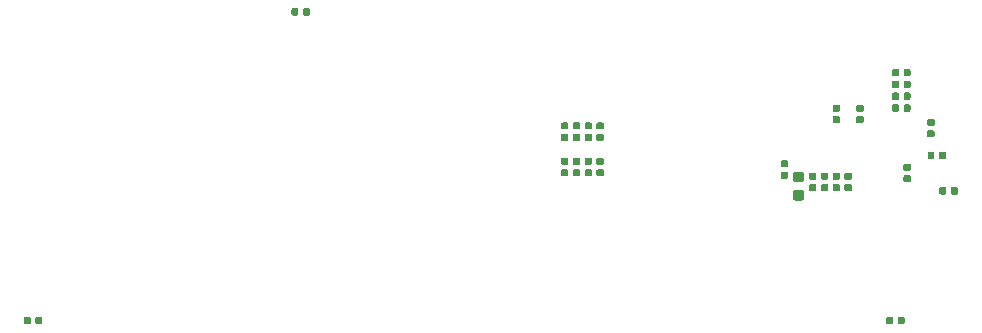
<source format=gbr>
G04 #@! TF.GenerationSoftware,KiCad,Pcbnew,5.0.2-bee76a0~70~ubuntu18.04.1*
G04 #@! TF.CreationDate,2020-11-03T11:03:39+00:00*
G04 #@! TF.ProjectId,picostation,7069636f-7374-4617-9469-6f6e2e6b6963,rev?*
G04 #@! TF.SameCoordinates,Original*
G04 #@! TF.FileFunction,Paste,Bot*
G04 #@! TF.FilePolarity,Positive*
%FSLAX46Y46*%
G04 Gerber Fmt 4.6, Leading zero omitted, Abs format (unit mm)*
G04 Created by KiCad (PCBNEW 5.0.2-bee76a0~70~ubuntu18.04.1) date Tue 03 Nov 2020 11:03:39 GMT*
%MOMM*%
%LPD*%
G01*
G04 APERTURE LIST*
%ADD10C,0.100000*%
%ADD11C,0.590000*%
%ADD12C,0.875000*%
G04 APERTURE END LIST*
D10*
G04 #@! TO.C,C1*
G36*
X227186958Y-90220710D02*
X227201276Y-90222834D01*
X227215317Y-90226351D01*
X227228946Y-90231228D01*
X227242031Y-90237417D01*
X227254447Y-90244858D01*
X227266073Y-90253481D01*
X227276798Y-90263202D01*
X227286519Y-90273927D01*
X227295142Y-90285553D01*
X227302583Y-90297969D01*
X227308772Y-90311054D01*
X227313649Y-90324683D01*
X227317166Y-90338724D01*
X227319290Y-90353042D01*
X227320000Y-90367500D01*
X227320000Y-90662500D01*
X227319290Y-90676958D01*
X227317166Y-90691276D01*
X227313649Y-90705317D01*
X227308772Y-90718946D01*
X227302583Y-90732031D01*
X227295142Y-90744447D01*
X227286519Y-90756073D01*
X227276798Y-90766798D01*
X227266073Y-90776519D01*
X227254447Y-90785142D01*
X227242031Y-90792583D01*
X227228946Y-90798772D01*
X227215317Y-90803649D01*
X227201276Y-90807166D01*
X227186958Y-90809290D01*
X227172500Y-90810000D01*
X226827500Y-90810000D01*
X226813042Y-90809290D01*
X226798724Y-90807166D01*
X226784683Y-90803649D01*
X226771054Y-90798772D01*
X226757969Y-90792583D01*
X226745553Y-90785142D01*
X226733927Y-90776519D01*
X226723202Y-90766798D01*
X226713481Y-90756073D01*
X226704858Y-90744447D01*
X226697417Y-90732031D01*
X226691228Y-90718946D01*
X226686351Y-90705317D01*
X226682834Y-90691276D01*
X226680710Y-90676958D01*
X226680000Y-90662500D01*
X226680000Y-90367500D01*
X226680710Y-90353042D01*
X226682834Y-90338724D01*
X226686351Y-90324683D01*
X226691228Y-90311054D01*
X226697417Y-90297969D01*
X226704858Y-90285553D01*
X226713481Y-90273927D01*
X226723202Y-90263202D01*
X226733927Y-90253481D01*
X226745553Y-90244858D01*
X226757969Y-90237417D01*
X226771054Y-90231228D01*
X226784683Y-90226351D01*
X226798724Y-90222834D01*
X226813042Y-90220710D01*
X226827500Y-90220000D01*
X227172500Y-90220000D01*
X227186958Y-90220710D01*
X227186958Y-90220710D01*
G37*
D11*
X227000000Y-90515000D03*
D10*
G36*
X227186958Y-91190710D02*
X227201276Y-91192834D01*
X227215317Y-91196351D01*
X227228946Y-91201228D01*
X227242031Y-91207417D01*
X227254447Y-91214858D01*
X227266073Y-91223481D01*
X227276798Y-91233202D01*
X227286519Y-91243927D01*
X227295142Y-91255553D01*
X227302583Y-91267969D01*
X227308772Y-91281054D01*
X227313649Y-91294683D01*
X227317166Y-91308724D01*
X227319290Y-91323042D01*
X227320000Y-91337500D01*
X227320000Y-91632500D01*
X227319290Y-91646958D01*
X227317166Y-91661276D01*
X227313649Y-91675317D01*
X227308772Y-91688946D01*
X227302583Y-91702031D01*
X227295142Y-91714447D01*
X227286519Y-91726073D01*
X227276798Y-91736798D01*
X227266073Y-91746519D01*
X227254447Y-91755142D01*
X227242031Y-91762583D01*
X227228946Y-91768772D01*
X227215317Y-91773649D01*
X227201276Y-91777166D01*
X227186958Y-91779290D01*
X227172500Y-91780000D01*
X226827500Y-91780000D01*
X226813042Y-91779290D01*
X226798724Y-91777166D01*
X226784683Y-91773649D01*
X226771054Y-91768772D01*
X226757969Y-91762583D01*
X226745553Y-91755142D01*
X226733927Y-91746519D01*
X226723202Y-91736798D01*
X226713481Y-91726073D01*
X226704858Y-91714447D01*
X226697417Y-91702031D01*
X226691228Y-91688946D01*
X226686351Y-91675317D01*
X226682834Y-91661276D01*
X226680710Y-91646958D01*
X226680000Y-91632500D01*
X226680000Y-91337500D01*
X226680710Y-91323042D01*
X226682834Y-91308724D01*
X226686351Y-91294683D01*
X226691228Y-91281054D01*
X226697417Y-91267969D01*
X226704858Y-91255553D01*
X226713481Y-91243927D01*
X226723202Y-91233202D01*
X226733927Y-91223481D01*
X226745553Y-91214858D01*
X226757969Y-91207417D01*
X226771054Y-91201228D01*
X226784683Y-91196351D01*
X226798724Y-91192834D01*
X226813042Y-91190710D01*
X226827500Y-91190000D01*
X227172500Y-91190000D01*
X227186958Y-91190710D01*
X227186958Y-91190710D01*
G37*
D11*
X227000000Y-91485000D03*
G04 #@! TD*
D10*
G04 #@! TO.C,C2*
G36*
X226186958Y-91190710D02*
X226201276Y-91192834D01*
X226215317Y-91196351D01*
X226228946Y-91201228D01*
X226242031Y-91207417D01*
X226254447Y-91214858D01*
X226266073Y-91223481D01*
X226276798Y-91233202D01*
X226286519Y-91243927D01*
X226295142Y-91255553D01*
X226302583Y-91267969D01*
X226308772Y-91281054D01*
X226313649Y-91294683D01*
X226317166Y-91308724D01*
X226319290Y-91323042D01*
X226320000Y-91337500D01*
X226320000Y-91632500D01*
X226319290Y-91646958D01*
X226317166Y-91661276D01*
X226313649Y-91675317D01*
X226308772Y-91688946D01*
X226302583Y-91702031D01*
X226295142Y-91714447D01*
X226286519Y-91726073D01*
X226276798Y-91736798D01*
X226266073Y-91746519D01*
X226254447Y-91755142D01*
X226242031Y-91762583D01*
X226228946Y-91768772D01*
X226215317Y-91773649D01*
X226201276Y-91777166D01*
X226186958Y-91779290D01*
X226172500Y-91780000D01*
X225827500Y-91780000D01*
X225813042Y-91779290D01*
X225798724Y-91777166D01*
X225784683Y-91773649D01*
X225771054Y-91768772D01*
X225757969Y-91762583D01*
X225745553Y-91755142D01*
X225733927Y-91746519D01*
X225723202Y-91736798D01*
X225713481Y-91726073D01*
X225704858Y-91714447D01*
X225697417Y-91702031D01*
X225691228Y-91688946D01*
X225686351Y-91675317D01*
X225682834Y-91661276D01*
X225680710Y-91646958D01*
X225680000Y-91632500D01*
X225680000Y-91337500D01*
X225680710Y-91323042D01*
X225682834Y-91308724D01*
X225686351Y-91294683D01*
X225691228Y-91281054D01*
X225697417Y-91267969D01*
X225704858Y-91255553D01*
X225713481Y-91243927D01*
X225723202Y-91233202D01*
X225733927Y-91223481D01*
X225745553Y-91214858D01*
X225757969Y-91207417D01*
X225771054Y-91201228D01*
X225784683Y-91196351D01*
X225798724Y-91192834D01*
X225813042Y-91190710D01*
X225827500Y-91190000D01*
X226172500Y-91190000D01*
X226186958Y-91190710D01*
X226186958Y-91190710D01*
G37*
D11*
X226000000Y-91485000D03*
D10*
G36*
X226186958Y-90220710D02*
X226201276Y-90222834D01*
X226215317Y-90226351D01*
X226228946Y-90231228D01*
X226242031Y-90237417D01*
X226254447Y-90244858D01*
X226266073Y-90253481D01*
X226276798Y-90263202D01*
X226286519Y-90273927D01*
X226295142Y-90285553D01*
X226302583Y-90297969D01*
X226308772Y-90311054D01*
X226313649Y-90324683D01*
X226317166Y-90338724D01*
X226319290Y-90353042D01*
X226320000Y-90367500D01*
X226320000Y-90662500D01*
X226319290Y-90676958D01*
X226317166Y-90691276D01*
X226313649Y-90705317D01*
X226308772Y-90718946D01*
X226302583Y-90732031D01*
X226295142Y-90744447D01*
X226286519Y-90756073D01*
X226276798Y-90766798D01*
X226266073Y-90776519D01*
X226254447Y-90785142D01*
X226242031Y-90792583D01*
X226228946Y-90798772D01*
X226215317Y-90803649D01*
X226201276Y-90807166D01*
X226186958Y-90809290D01*
X226172500Y-90810000D01*
X225827500Y-90810000D01*
X225813042Y-90809290D01*
X225798724Y-90807166D01*
X225784683Y-90803649D01*
X225771054Y-90798772D01*
X225757969Y-90792583D01*
X225745553Y-90785142D01*
X225733927Y-90776519D01*
X225723202Y-90766798D01*
X225713481Y-90756073D01*
X225704858Y-90744447D01*
X225697417Y-90732031D01*
X225691228Y-90718946D01*
X225686351Y-90705317D01*
X225682834Y-90691276D01*
X225680710Y-90676958D01*
X225680000Y-90662500D01*
X225680000Y-90367500D01*
X225680710Y-90353042D01*
X225682834Y-90338724D01*
X225686351Y-90324683D01*
X225691228Y-90311054D01*
X225697417Y-90297969D01*
X225704858Y-90285553D01*
X225713481Y-90273927D01*
X225723202Y-90263202D01*
X225733927Y-90253481D01*
X225745553Y-90244858D01*
X225757969Y-90237417D01*
X225771054Y-90231228D01*
X225784683Y-90226351D01*
X225798724Y-90222834D01*
X225813042Y-90220710D01*
X225827500Y-90220000D01*
X226172500Y-90220000D01*
X226186958Y-90220710D01*
X226186958Y-90220710D01*
G37*
D11*
X226000000Y-90515000D03*
G04 #@! TD*
D10*
G04 #@! TO.C,C3*
G36*
X225186958Y-91190710D02*
X225201276Y-91192834D01*
X225215317Y-91196351D01*
X225228946Y-91201228D01*
X225242031Y-91207417D01*
X225254447Y-91214858D01*
X225266073Y-91223481D01*
X225276798Y-91233202D01*
X225286519Y-91243927D01*
X225295142Y-91255553D01*
X225302583Y-91267969D01*
X225308772Y-91281054D01*
X225313649Y-91294683D01*
X225317166Y-91308724D01*
X225319290Y-91323042D01*
X225320000Y-91337500D01*
X225320000Y-91632500D01*
X225319290Y-91646958D01*
X225317166Y-91661276D01*
X225313649Y-91675317D01*
X225308772Y-91688946D01*
X225302583Y-91702031D01*
X225295142Y-91714447D01*
X225286519Y-91726073D01*
X225276798Y-91736798D01*
X225266073Y-91746519D01*
X225254447Y-91755142D01*
X225242031Y-91762583D01*
X225228946Y-91768772D01*
X225215317Y-91773649D01*
X225201276Y-91777166D01*
X225186958Y-91779290D01*
X225172500Y-91780000D01*
X224827500Y-91780000D01*
X224813042Y-91779290D01*
X224798724Y-91777166D01*
X224784683Y-91773649D01*
X224771054Y-91768772D01*
X224757969Y-91762583D01*
X224745553Y-91755142D01*
X224733927Y-91746519D01*
X224723202Y-91736798D01*
X224713481Y-91726073D01*
X224704858Y-91714447D01*
X224697417Y-91702031D01*
X224691228Y-91688946D01*
X224686351Y-91675317D01*
X224682834Y-91661276D01*
X224680710Y-91646958D01*
X224680000Y-91632500D01*
X224680000Y-91337500D01*
X224680710Y-91323042D01*
X224682834Y-91308724D01*
X224686351Y-91294683D01*
X224691228Y-91281054D01*
X224697417Y-91267969D01*
X224704858Y-91255553D01*
X224713481Y-91243927D01*
X224723202Y-91233202D01*
X224733927Y-91223481D01*
X224745553Y-91214858D01*
X224757969Y-91207417D01*
X224771054Y-91201228D01*
X224784683Y-91196351D01*
X224798724Y-91192834D01*
X224813042Y-91190710D01*
X224827500Y-91190000D01*
X225172500Y-91190000D01*
X225186958Y-91190710D01*
X225186958Y-91190710D01*
G37*
D11*
X225000000Y-91485000D03*
D10*
G36*
X225186958Y-90220710D02*
X225201276Y-90222834D01*
X225215317Y-90226351D01*
X225228946Y-90231228D01*
X225242031Y-90237417D01*
X225254447Y-90244858D01*
X225266073Y-90253481D01*
X225276798Y-90263202D01*
X225286519Y-90273927D01*
X225295142Y-90285553D01*
X225302583Y-90297969D01*
X225308772Y-90311054D01*
X225313649Y-90324683D01*
X225317166Y-90338724D01*
X225319290Y-90353042D01*
X225320000Y-90367500D01*
X225320000Y-90662500D01*
X225319290Y-90676958D01*
X225317166Y-90691276D01*
X225313649Y-90705317D01*
X225308772Y-90718946D01*
X225302583Y-90732031D01*
X225295142Y-90744447D01*
X225286519Y-90756073D01*
X225276798Y-90766798D01*
X225266073Y-90776519D01*
X225254447Y-90785142D01*
X225242031Y-90792583D01*
X225228946Y-90798772D01*
X225215317Y-90803649D01*
X225201276Y-90807166D01*
X225186958Y-90809290D01*
X225172500Y-90810000D01*
X224827500Y-90810000D01*
X224813042Y-90809290D01*
X224798724Y-90807166D01*
X224784683Y-90803649D01*
X224771054Y-90798772D01*
X224757969Y-90792583D01*
X224745553Y-90785142D01*
X224733927Y-90776519D01*
X224723202Y-90766798D01*
X224713481Y-90756073D01*
X224704858Y-90744447D01*
X224697417Y-90732031D01*
X224691228Y-90718946D01*
X224686351Y-90705317D01*
X224682834Y-90691276D01*
X224680710Y-90676958D01*
X224680000Y-90662500D01*
X224680000Y-90367500D01*
X224680710Y-90353042D01*
X224682834Y-90338724D01*
X224686351Y-90324683D01*
X224691228Y-90311054D01*
X224697417Y-90297969D01*
X224704858Y-90285553D01*
X224713481Y-90273927D01*
X224723202Y-90263202D01*
X224733927Y-90253481D01*
X224745553Y-90244858D01*
X224757969Y-90237417D01*
X224771054Y-90231228D01*
X224784683Y-90226351D01*
X224798724Y-90222834D01*
X224813042Y-90220710D01*
X224827500Y-90220000D01*
X225172500Y-90220000D01*
X225186958Y-90220710D01*
X225186958Y-90220710D01*
G37*
D11*
X225000000Y-90515000D03*
G04 #@! TD*
D10*
G04 #@! TO.C,C4*
G36*
X227186958Y-94190710D02*
X227201276Y-94192834D01*
X227215317Y-94196351D01*
X227228946Y-94201228D01*
X227242031Y-94207417D01*
X227254447Y-94214858D01*
X227266073Y-94223481D01*
X227276798Y-94233202D01*
X227286519Y-94243927D01*
X227295142Y-94255553D01*
X227302583Y-94267969D01*
X227308772Y-94281054D01*
X227313649Y-94294683D01*
X227317166Y-94308724D01*
X227319290Y-94323042D01*
X227320000Y-94337500D01*
X227320000Y-94632500D01*
X227319290Y-94646958D01*
X227317166Y-94661276D01*
X227313649Y-94675317D01*
X227308772Y-94688946D01*
X227302583Y-94702031D01*
X227295142Y-94714447D01*
X227286519Y-94726073D01*
X227276798Y-94736798D01*
X227266073Y-94746519D01*
X227254447Y-94755142D01*
X227242031Y-94762583D01*
X227228946Y-94768772D01*
X227215317Y-94773649D01*
X227201276Y-94777166D01*
X227186958Y-94779290D01*
X227172500Y-94780000D01*
X226827500Y-94780000D01*
X226813042Y-94779290D01*
X226798724Y-94777166D01*
X226784683Y-94773649D01*
X226771054Y-94768772D01*
X226757969Y-94762583D01*
X226745553Y-94755142D01*
X226733927Y-94746519D01*
X226723202Y-94736798D01*
X226713481Y-94726073D01*
X226704858Y-94714447D01*
X226697417Y-94702031D01*
X226691228Y-94688946D01*
X226686351Y-94675317D01*
X226682834Y-94661276D01*
X226680710Y-94646958D01*
X226680000Y-94632500D01*
X226680000Y-94337500D01*
X226680710Y-94323042D01*
X226682834Y-94308724D01*
X226686351Y-94294683D01*
X226691228Y-94281054D01*
X226697417Y-94267969D01*
X226704858Y-94255553D01*
X226713481Y-94243927D01*
X226723202Y-94233202D01*
X226733927Y-94223481D01*
X226745553Y-94214858D01*
X226757969Y-94207417D01*
X226771054Y-94201228D01*
X226784683Y-94196351D01*
X226798724Y-94192834D01*
X226813042Y-94190710D01*
X226827500Y-94190000D01*
X227172500Y-94190000D01*
X227186958Y-94190710D01*
X227186958Y-94190710D01*
G37*
D11*
X227000000Y-94485000D03*
D10*
G36*
X227186958Y-93220710D02*
X227201276Y-93222834D01*
X227215317Y-93226351D01*
X227228946Y-93231228D01*
X227242031Y-93237417D01*
X227254447Y-93244858D01*
X227266073Y-93253481D01*
X227276798Y-93263202D01*
X227286519Y-93273927D01*
X227295142Y-93285553D01*
X227302583Y-93297969D01*
X227308772Y-93311054D01*
X227313649Y-93324683D01*
X227317166Y-93338724D01*
X227319290Y-93353042D01*
X227320000Y-93367500D01*
X227320000Y-93662500D01*
X227319290Y-93676958D01*
X227317166Y-93691276D01*
X227313649Y-93705317D01*
X227308772Y-93718946D01*
X227302583Y-93732031D01*
X227295142Y-93744447D01*
X227286519Y-93756073D01*
X227276798Y-93766798D01*
X227266073Y-93776519D01*
X227254447Y-93785142D01*
X227242031Y-93792583D01*
X227228946Y-93798772D01*
X227215317Y-93803649D01*
X227201276Y-93807166D01*
X227186958Y-93809290D01*
X227172500Y-93810000D01*
X226827500Y-93810000D01*
X226813042Y-93809290D01*
X226798724Y-93807166D01*
X226784683Y-93803649D01*
X226771054Y-93798772D01*
X226757969Y-93792583D01*
X226745553Y-93785142D01*
X226733927Y-93776519D01*
X226723202Y-93766798D01*
X226713481Y-93756073D01*
X226704858Y-93744447D01*
X226697417Y-93732031D01*
X226691228Y-93718946D01*
X226686351Y-93705317D01*
X226682834Y-93691276D01*
X226680710Y-93676958D01*
X226680000Y-93662500D01*
X226680000Y-93367500D01*
X226680710Y-93353042D01*
X226682834Y-93338724D01*
X226686351Y-93324683D01*
X226691228Y-93311054D01*
X226697417Y-93297969D01*
X226704858Y-93285553D01*
X226713481Y-93273927D01*
X226723202Y-93263202D01*
X226733927Y-93253481D01*
X226745553Y-93244858D01*
X226757969Y-93237417D01*
X226771054Y-93231228D01*
X226784683Y-93226351D01*
X226798724Y-93222834D01*
X226813042Y-93220710D01*
X226827500Y-93220000D01*
X227172500Y-93220000D01*
X227186958Y-93220710D01*
X227186958Y-93220710D01*
G37*
D11*
X227000000Y-93515000D03*
G04 #@! TD*
D10*
G04 #@! TO.C,C8*
G36*
X225186958Y-93220710D02*
X225201276Y-93222834D01*
X225215317Y-93226351D01*
X225228946Y-93231228D01*
X225242031Y-93237417D01*
X225254447Y-93244858D01*
X225266073Y-93253481D01*
X225276798Y-93263202D01*
X225286519Y-93273927D01*
X225295142Y-93285553D01*
X225302583Y-93297969D01*
X225308772Y-93311054D01*
X225313649Y-93324683D01*
X225317166Y-93338724D01*
X225319290Y-93353042D01*
X225320000Y-93367500D01*
X225320000Y-93662500D01*
X225319290Y-93676958D01*
X225317166Y-93691276D01*
X225313649Y-93705317D01*
X225308772Y-93718946D01*
X225302583Y-93732031D01*
X225295142Y-93744447D01*
X225286519Y-93756073D01*
X225276798Y-93766798D01*
X225266073Y-93776519D01*
X225254447Y-93785142D01*
X225242031Y-93792583D01*
X225228946Y-93798772D01*
X225215317Y-93803649D01*
X225201276Y-93807166D01*
X225186958Y-93809290D01*
X225172500Y-93810000D01*
X224827500Y-93810000D01*
X224813042Y-93809290D01*
X224798724Y-93807166D01*
X224784683Y-93803649D01*
X224771054Y-93798772D01*
X224757969Y-93792583D01*
X224745553Y-93785142D01*
X224733927Y-93776519D01*
X224723202Y-93766798D01*
X224713481Y-93756073D01*
X224704858Y-93744447D01*
X224697417Y-93732031D01*
X224691228Y-93718946D01*
X224686351Y-93705317D01*
X224682834Y-93691276D01*
X224680710Y-93676958D01*
X224680000Y-93662500D01*
X224680000Y-93367500D01*
X224680710Y-93353042D01*
X224682834Y-93338724D01*
X224686351Y-93324683D01*
X224691228Y-93311054D01*
X224697417Y-93297969D01*
X224704858Y-93285553D01*
X224713481Y-93273927D01*
X224723202Y-93263202D01*
X224733927Y-93253481D01*
X224745553Y-93244858D01*
X224757969Y-93237417D01*
X224771054Y-93231228D01*
X224784683Y-93226351D01*
X224798724Y-93222834D01*
X224813042Y-93220710D01*
X224827500Y-93220000D01*
X225172500Y-93220000D01*
X225186958Y-93220710D01*
X225186958Y-93220710D01*
G37*
D11*
X225000000Y-93515000D03*
D10*
G36*
X225186958Y-94190710D02*
X225201276Y-94192834D01*
X225215317Y-94196351D01*
X225228946Y-94201228D01*
X225242031Y-94207417D01*
X225254447Y-94214858D01*
X225266073Y-94223481D01*
X225276798Y-94233202D01*
X225286519Y-94243927D01*
X225295142Y-94255553D01*
X225302583Y-94267969D01*
X225308772Y-94281054D01*
X225313649Y-94294683D01*
X225317166Y-94308724D01*
X225319290Y-94323042D01*
X225320000Y-94337500D01*
X225320000Y-94632500D01*
X225319290Y-94646958D01*
X225317166Y-94661276D01*
X225313649Y-94675317D01*
X225308772Y-94688946D01*
X225302583Y-94702031D01*
X225295142Y-94714447D01*
X225286519Y-94726073D01*
X225276798Y-94736798D01*
X225266073Y-94746519D01*
X225254447Y-94755142D01*
X225242031Y-94762583D01*
X225228946Y-94768772D01*
X225215317Y-94773649D01*
X225201276Y-94777166D01*
X225186958Y-94779290D01*
X225172500Y-94780000D01*
X224827500Y-94780000D01*
X224813042Y-94779290D01*
X224798724Y-94777166D01*
X224784683Y-94773649D01*
X224771054Y-94768772D01*
X224757969Y-94762583D01*
X224745553Y-94755142D01*
X224733927Y-94746519D01*
X224723202Y-94736798D01*
X224713481Y-94726073D01*
X224704858Y-94714447D01*
X224697417Y-94702031D01*
X224691228Y-94688946D01*
X224686351Y-94675317D01*
X224682834Y-94661276D01*
X224680710Y-94646958D01*
X224680000Y-94632500D01*
X224680000Y-94337500D01*
X224680710Y-94323042D01*
X224682834Y-94308724D01*
X224686351Y-94294683D01*
X224691228Y-94281054D01*
X224697417Y-94267969D01*
X224704858Y-94255553D01*
X224713481Y-94243927D01*
X224723202Y-94233202D01*
X224733927Y-94223481D01*
X224745553Y-94214858D01*
X224757969Y-94207417D01*
X224771054Y-94201228D01*
X224784683Y-94196351D01*
X224798724Y-94192834D01*
X224813042Y-94190710D01*
X224827500Y-94190000D01*
X225172500Y-94190000D01*
X225186958Y-94190710D01*
X225186958Y-94190710D01*
G37*
D11*
X225000000Y-94485000D03*
G04 #@! TD*
D10*
G04 #@! TO.C,C11*
G36*
X226186958Y-94190710D02*
X226201276Y-94192834D01*
X226215317Y-94196351D01*
X226228946Y-94201228D01*
X226242031Y-94207417D01*
X226254447Y-94214858D01*
X226266073Y-94223481D01*
X226276798Y-94233202D01*
X226286519Y-94243927D01*
X226295142Y-94255553D01*
X226302583Y-94267969D01*
X226308772Y-94281054D01*
X226313649Y-94294683D01*
X226317166Y-94308724D01*
X226319290Y-94323042D01*
X226320000Y-94337500D01*
X226320000Y-94632500D01*
X226319290Y-94646958D01*
X226317166Y-94661276D01*
X226313649Y-94675317D01*
X226308772Y-94688946D01*
X226302583Y-94702031D01*
X226295142Y-94714447D01*
X226286519Y-94726073D01*
X226276798Y-94736798D01*
X226266073Y-94746519D01*
X226254447Y-94755142D01*
X226242031Y-94762583D01*
X226228946Y-94768772D01*
X226215317Y-94773649D01*
X226201276Y-94777166D01*
X226186958Y-94779290D01*
X226172500Y-94780000D01*
X225827500Y-94780000D01*
X225813042Y-94779290D01*
X225798724Y-94777166D01*
X225784683Y-94773649D01*
X225771054Y-94768772D01*
X225757969Y-94762583D01*
X225745553Y-94755142D01*
X225733927Y-94746519D01*
X225723202Y-94736798D01*
X225713481Y-94726073D01*
X225704858Y-94714447D01*
X225697417Y-94702031D01*
X225691228Y-94688946D01*
X225686351Y-94675317D01*
X225682834Y-94661276D01*
X225680710Y-94646958D01*
X225680000Y-94632500D01*
X225680000Y-94337500D01*
X225680710Y-94323042D01*
X225682834Y-94308724D01*
X225686351Y-94294683D01*
X225691228Y-94281054D01*
X225697417Y-94267969D01*
X225704858Y-94255553D01*
X225713481Y-94243927D01*
X225723202Y-94233202D01*
X225733927Y-94223481D01*
X225745553Y-94214858D01*
X225757969Y-94207417D01*
X225771054Y-94201228D01*
X225784683Y-94196351D01*
X225798724Y-94192834D01*
X225813042Y-94190710D01*
X225827500Y-94190000D01*
X226172500Y-94190000D01*
X226186958Y-94190710D01*
X226186958Y-94190710D01*
G37*
D11*
X226000000Y-94485000D03*
D10*
G36*
X226186958Y-93220710D02*
X226201276Y-93222834D01*
X226215317Y-93226351D01*
X226228946Y-93231228D01*
X226242031Y-93237417D01*
X226254447Y-93244858D01*
X226266073Y-93253481D01*
X226276798Y-93263202D01*
X226286519Y-93273927D01*
X226295142Y-93285553D01*
X226302583Y-93297969D01*
X226308772Y-93311054D01*
X226313649Y-93324683D01*
X226317166Y-93338724D01*
X226319290Y-93353042D01*
X226320000Y-93367500D01*
X226320000Y-93662500D01*
X226319290Y-93676958D01*
X226317166Y-93691276D01*
X226313649Y-93705317D01*
X226308772Y-93718946D01*
X226302583Y-93732031D01*
X226295142Y-93744447D01*
X226286519Y-93756073D01*
X226276798Y-93766798D01*
X226266073Y-93776519D01*
X226254447Y-93785142D01*
X226242031Y-93792583D01*
X226228946Y-93798772D01*
X226215317Y-93803649D01*
X226201276Y-93807166D01*
X226186958Y-93809290D01*
X226172500Y-93810000D01*
X225827500Y-93810000D01*
X225813042Y-93809290D01*
X225798724Y-93807166D01*
X225784683Y-93803649D01*
X225771054Y-93798772D01*
X225757969Y-93792583D01*
X225745553Y-93785142D01*
X225733927Y-93776519D01*
X225723202Y-93766798D01*
X225713481Y-93756073D01*
X225704858Y-93744447D01*
X225697417Y-93732031D01*
X225691228Y-93718946D01*
X225686351Y-93705317D01*
X225682834Y-93691276D01*
X225680710Y-93676958D01*
X225680000Y-93662500D01*
X225680000Y-93367500D01*
X225680710Y-93353042D01*
X225682834Y-93338724D01*
X225686351Y-93324683D01*
X225691228Y-93311054D01*
X225697417Y-93297969D01*
X225704858Y-93285553D01*
X225713481Y-93273927D01*
X225723202Y-93263202D01*
X225733927Y-93253481D01*
X225745553Y-93244858D01*
X225757969Y-93237417D01*
X225771054Y-93231228D01*
X225784683Y-93226351D01*
X225798724Y-93222834D01*
X225813042Y-93220710D01*
X225827500Y-93220000D01*
X226172500Y-93220000D01*
X226186958Y-93220710D01*
X226186958Y-93220710D01*
G37*
D11*
X226000000Y-93515000D03*
G04 #@! TD*
D10*
G04 #@! TO.C,C13*
G36*
X224186958Y-91190710D02*
X224201276Y-91192834D01*
X224215317Y-91196351D01*
X224228946Y-91201228D01*
X224242031Y-91207417D01*
X224254447Y-91214858D01*
X224266073Y-91223481D01*
X224276798Y-91233202D01*
X224286519Y-91243927D01*
X224295142Y-91255553D01*
X224302583Y-91267969D01*
X224308772Y-91281054D01*
X224313649Y-91294683D01*
X224317166Y-91308724D01*
X224319290Y-91323042D01*
X224320000Y-91337500D01*
X224320000Y-91632500D01*
X224319290Y-91646958D01*
X224317166Y-91661276D01*
X224313649Y-91675317D01*
X224308772Y-91688946D01*
X224302583Y-91702031D01*
X224295142Y-91714447D01*
X224286519Y-91726073D01*
X224276798Y-91736798D01*
X224266073Y-91746519D01*
X224254447Y-91755142D01*
X224242031Y-91762583D01*
X224228946Y-91768772D01*
X224215317Y-91773649D01*
X224201276Y-91777166D01*
X224186958Y-91779290D01*
X224172500Y-91780000D01*
X223827500Y-91780000D01*
X223813042Y-91779290D01*
X223798724Y-91777166D01*
X223784683Y-91773649D01*
X223771054Y-91768772D01*
X223757969Y-91762583D01*
X223745553Y-91755142D01*
X223733927Y-91746519D01*
X223723202Y-91736798D01*
X223713481Y-91726073D01*
X223704858Y-91714447D01*
X223697417Y-91702031D01*
X223691228Y-91688946D01*
X223686351Y-91675317D01*
X223682834Y-91661276D01*
X223680710Y-91646958D01*
X223680000Y-91632500D01*
X223680000Y-91337500D01*
X223680710Y-91323042D01*
X223682834Y-91308724D01*
X223686351Y-91294683D01*
X223691228Y-91281054D01*
X223697417Y-91267969D01*
X223704858Y-91255553D01*
X223713481Y-91243927D01*
X223723202Y-91233202D01*
X223733927Y-91223481D01*
X223745553Y-91214858D01*
X223757969Y-91207417D01*
X223771054Y-91201228D01*
X223784683Y-91196351D01*
X223798724Y-91192834D01*
X223813042Y-91190710D01*
X223827500Y-91190000D01*
X224172500Y-91190000D01*
X224186958Y-91190710D01*
X224186958Y-91190710D01*
G37*
D11*
X224000000Y-91485000D03*
D10*
G36*
X224186958Y-90220710D02*
X224201276Y-90222834D01*
X224215317Y-90226351D01*
X224228946Y-90231228D01*
X224242031Y-90237417D01*
X224254447Y-90244858D01*
X224266073Y-90253481D01*
X224276798Y-90263202D01*
X224286519Y-90273927D01*
X224295142Y-90285553D01*
X224302583Y-90297969D01*
X224308772Y-90311054D01*
X224313649Y-90324683D01*
X224317166Y-90338724D01*
X224319290Y-90353042D01*
X224320000Y-90367500D01*
X224320000Y-90662500D01*
X224319290Y-90676958D01*
X224317166Y-90691276D01*
X224313649Y-90705317D01*
X224308772Y-90718946D01*
X224302583Y-90732031D01*
X224295142Y-90744447D01*
X224286519Y-90756073D01*
X224276798Y-90766798D01*
X224266073Y-90776519D01*
X224254447Y-90785142D01*
X224242031Y-90792583D01*
X224228946Y-90798772D01*
X224215317Y-90803649D01*
X224201276Y-90807166D01*
X224186958Y-90809290D01*
X224172500Y-90810000D01*
X223827500Y-90810000D01*
X223813042Y-90809290D01*
X223798724Y-90807166D01*
X223784683Y-90803649D01*
X223771054Y-90798772D01*
X223757969Y-90792583D01*
X223745553Y-90785142D01*
X223733927Y-90776519D01*
X223723202Y-90766798D01*
X223713481Y-90756073D01*
X223704858Y-90744447D01*
X223697417Y-90732031D01*
X223691228Y-90718946D01*
X223686351Y-90705317D01*
X223682834Y-90691276D01*
X223680710Y-90676958D01*
X223680000Y-90662500D01*
X223680000Y-90367500D01*
X223680710Y-90353042D01*
X223682834Y-90338724D01*
X223686351Y-90324683D01*
X223691228Y-90311054D01*
X223697417Y-90297969D01*
X223704858Y-90285553D01*
X223713481Y-90273927D01*
X223723202Y-90263202D01*
X223733927Y-90253481D01*
X223745553Y-90244858D01*
X223757969Y-90237417D01*
X223771054Y-90231228D01*
X223784683Y-90226351D01*
X223798724Y-90222834D01*
X223813042Y-90220710D01*
X223827500Y-90220000D01*
X224172500Y-90220000D01*
X224186958Y-90220710D01*
X224186958Y-90220710D01*
G37*
D11*
X224000000Y-90515000D03*
G04 #@! TD*
D10*
G04 #@! TO.C,C16*
G36*
X201326958Y-80530710D02*
X201341276Y-80532834D01*
X201355317Y-80536351D01*
X201368946Y-80541228D01*
X201382031Y-80547417D01*
X201394447Y-80554858D01*
X201406073Y-80563481D01*
X201416798Y-80573202D01*
X201426519Y-80583927D01*
X201435142Y-80595553D01*
X201442583Y-80607969D01*
X201448772Y-80621054D01*
X201453649Y-80634683D01*
X201457166Y-80648724D01*
X201459290Y-80663042D01*
X201460000Y-80677500D01*
X201460000Y-81022500D01*
X201459290Y-81036958D01*
X201457166Y-81051276D01*
X201453649Y-81065317D01*
X201448772Y-81078946D01*
X201442583Y-81092031D01*
X201435142Y-81104447D01*
X201426519Y-81116073D01*
X201416798Y-81126798D01*
X201406073Y-81136519D01*
X201394447Y-81145142D01*
X201382031Y-81152583D01*
X201368946Y-81158772D01*
X201355317Y-81163649D01*
X201341276Y-81167166D01*
X201326958Y-81169290D01*
X201312500Y-81170000D01*
X201017500Y-81170000D01*
X201003042Y-81169290D01*
X200988724Y-81167166D01*
X200974683Y-81163649D01*
X200961054Y-81158772D01*
X200947969Y-81152583D01*
X200935553Y-81145142D01*
X200923927Y-81136519D01*
X200913202Y-81126798D01*
X200903481Y-81116073D01*
X200894858Y-81104447D01*
X200887417Y-81092031D01*
X200881228Y-81078946D01*
X200876351Y-81065317D01*
X200872834Y-81051276D01*
X200870710Y-81036958D01*
X200870000Y-81022500D01*
X200870000Y-80677500D01*
X200870710Y-80663042D01*
X200872834Y-80648724D01*
X200876351Y-80634683D01*
X200881228Y-80621054D01*
X200887417Y-80607969D01*
X200894858Y-80595553D01*
X200903481Y-80583927D01*
X200913202Y-80573202D01*
X200923927Y-80563481D01*
X200935553Y-80554858D01*
X200947969Y-80547417D01*
X200961054Y-80541228D01*
X200974683Y-80536351D01*
X200988724Y-80532834D01*
X201003042Y-80530710D01*
X201017500Y-80530000D01*
X201312500Y-80530000D01*
X201326958Y-80530710D01*
X201326958Y-80530710D01*
G37*
D11*
X201165000Y-80850000D03*
D10*
G36*
X202296958Y-80530710D02*
X202311276Y-80532834D01*
X202325317Y-80536351D01*
X202338946Y-80541228D01*
X202352031Y-80547417D01*
X202364447Y-80554858D01*
X202376073Y-80563481D01*
X202386798Y-80573202D01*
X202396519Y-80583927D01*
X202405142Y-80595553D01*
X202412583Y-80607969D01*
X202418772Y-80621054D01*
X202423649Y-80634683D01*
X202427166Y-80648724D01*
X202429290Y-80663042D01*
X202430000Y-80677500D01*
X202430000Y-81022500D01*
X202429290Y-81036958D01*
X202427166Y-81051276D01*
X202423649Y-81065317D01*
X202418772Y-81078946D01*
X202412583Y-81092031D01*
X202405142Y-81104447D01*
X202396519Y-81116073D01*
X202386798Y-81126798D01*
X202376073Y-81136519D01*
X202364447Y-81145142D01*
X202352031Y-81152583D01*
X202338946Y-81158772D01*
X202325317Y-81163649D01*
X202311276Y-81167166D01*
X202296958Y-81169290D01*
X202282500Y-81170000D01*
X201987500Y-81170000D01*
X201973042Y-81169290D01*
X201958724Y-81167166D01*
X201944683Y-81163649D01*
X201931054Y-81158772D01*
X201917969Y-81152583D01*
X201905553Y-81145142D01*
X201893927Y-81136519D01*
X201883202Y-81126798D01*
X201873481Y-81116073D01*
X201864858Y-81104447D01*
X201857417Y-81092031D01*
X201851228Y-81078946D01*
X201846351Y-81065317D01*
X201842834Y-81051276D01*
X201840710Y-81036958D01*
X201840000Y-81022500D01*
X201840000Y-80677500D01*
X201840710Y-80663042D01*
X201842834Y-80648724D01*
X201846351Y-80634683D01*
X201851228Y-80621054D01*
X201857417Y-80607969D01*
X201864858Y-80595553D01*
X201873481Y-80583927D01*
X201883202Y-80573202D01*
X201893927Y-80563481D01*
X201905553Y-80554858D01*
X201917969Y-80547417D01*
X201931054Y-80541228D01*
X201944683Y-80536351D01*
X201958724Y-80532834D01*
X201973042Y-80530710D01*
X201987500Y-80530000D01*
X202282500Y-80530000D01*
X202296958Y-80530710D01*
X202296958Y-80530710D01*
G37*
D11*
X202135000Y-80850000D03*
G04 #@! TD*
D10*
G04 #@! TO.C,C18*
G36*
X178676958Y-106680710D02*
X178691276Y-106682834D01*
X178705317Y-106686351D01*
X178718946Y-106691228D01*
X178732031Y-106697417D01*
X178744447Y-106704858D01*
X178756073Y-106713481D01*
X178766798Y-106723202D01*
X178776519Y-106733927D01*
X178785142Y-106745553D01*
X178792583Y-106757969D01*
X178798772Y-106771054D01*
X178803649Y-106784683D01*
X178807166Y-106798724D01*
X178809290Y-106813042D01*
X178810000Y-106827500D01*
X178810000Y-107172500D01*
X178809290Y-107186958D01*
X178807166Y-107201276D01*
X178803649Y-107215317D01*
X178798772Y-107228946D01*
X178792583Y-107242031D01*
X178785142Y-107254447D01*
X178776519Y-107266073D01*
X178766798Y-107276798D01*
X178756073Y-107286519D01*
X178744447Y-107295142D01*
X178732031Y-107302583D01*
X178718946Y-107308772D01*
X178705317Y-107313649D01*
X178691276Y-107317166D01*
X178676958Y-107319290D01*
X178662500Y-107320000D01*
X178367500Y-107320000D01*
X178353042Y-107319290D01*
X178338724Y-107317166D01*
X178324683Y-107313649D01*
X178311054Y-107308772D01*
X178297969Y-107302583D01*
X178285553Y-107295142D01*
X178273927Y-107286519D01*
X178263202Y-107276798D01*
X178253481Y-107266073D01*
X178244858Y-107254447D01*
X178237417Y-107242031D01*
X178231228Y-107228946D01*
X178226351Y-107215317D01*
X178222834Y-107201276D01*
X178220710Y-107186958D01*
X178220000Y-107172500D01*
X178220000Y-106827500D01*
X178220710Y-106813042D01*
X178222834Y-106798724D01*
X178226351Y-106784683D01*
X178231228Y-106771054D01*
X178237417Y-106757969D01*
X178244858Y-106745553D01*
X178253481Y-106733927D01*
X178263202Y-106723202D01*
X178273927Y-106713481D01*
X178285553Y-106704858D01*
X178297969Y-106697417D01*
X178311054Y-106691228D01*
X178324683Y-106686351D01*
X178338724Y-106682834D01*
X178353042Y-106680710D01*
X178367500Y-106680000D01*
X178662500Y-106680000D01*
X178676958Y-106680710D01*
X178676958Y-106680710D01*
G37*
D11*
X178515000Y-107000000D03*
D10*
G36*
X179646958Y-106680710D02*
X179661276Y-106682834D01*
X179675317Y-106686351D01*
X179688946Y-106691228D01*
X179702031Y-106697417D01*
X179714447Y-106704858D01*
X179726073Y-106713481D01*
X179736798Y-106723202D01*
X179746519Y-106733927D01*
X179755142Y-106745553D01*
X179762583Y-106757969D01*
X179768772Y-106771054D01*
X179773649Y-106784683D01*
X179777166Y-106798724D01*
X179779290Y-106813042D01*
X179780000Y-106827500D01*
X179780000Y-107172500D01*
X179779290Y-107186958D01*
X179777166Y-107201276D01*
X179773649Y-107215317D01*
X179768772Y-107228946D01*
X179762583Y-107242031D01*
X179755142Y-107254447D01*
X179746519Y-107266073D01*
X179736798Y-107276798D01*
X179726073Y-107286519D01*
X179714447Y-107295142D01*
X179702031Y-107302583D01*
X179688946Y-107308772D01*
X179675317Y-107313649D01*
X179661276Y-107317166D01*
X179646958Y-107319290D01*
X179632500Y-107320000D01*
X179337500Y-107320000D01*
X179323042Y-107319290D01*
X179308724Y-107317166D01*
X179294683Y-107313649D01*
X179281054Y-107308772D01*
X179267969Y-107302583D01*
X179255553Y-107295142D01*
X179243927Y-107286519D01*
X179233202Y-107276798D01*
X179223481Y-107266073D01*
X179214858Y-107254447D01*
X179207417Y-107242031D01*
X179201228Y-107228946D01*
X179196351Y-107215317D01*
X179192834Y-107201276D01*
X179190710Y-107186958D01*
X179190000Y-107172500D01*
X179190000Y-106827500D01*
X179190710Y-106813042D01*
X179192834Y-106798724D01*
X179196351Y-106784683D01*
X179201228Y-106771054D01*
X179207417Y-106757969D01*
X179214858Y-106745553D01*
X179223481Y-106733927D01*
X179233202Y-106723202D01*
X179243927Y-106713481D01*
X179255553Y-106704858D01*
X179267969Y-106697417D01*
X179281054Y-106691228D01*
X179294683Y-106686351D01*
X179308724Y-106682834D01*
X179323042Y-106680710D01*
X179337500Y-106680000D01*
X179632500Y-106680000D01*
X179646958Y-106680710D01*
X179646958Y-106680710D01*
G37*
D11*
X179485000Y-107000000D03*
G04 #@! TD*
D10*
G04 #@! TO.C,C20*
G36*
X251676958Y-106680710D02*
X251691276Y-106682834D01*
X251705317Y-106686351D01*
X251718946Y-106691228D01*
X251732031Y-106697417D01*
X251744447Y-106704858D01*
X251756073Y-106713481D01*
X251766798Y-106723202D01*
X251776519Y-106733927D01*
X251785142Y-106745553D01*
X251792583Y-106757969D01*
X251798772Y-106771054D01*
X251803649Y-106784683D01*
X251807166Y-106798724D01*
X251809290Y-106813042D01*
X251810000Y-106827500D01*
X251810000Y-107172500D01*
X251809290Y-107186958D01*
X251807166Y-107201276D01*
X251803649Y-107215317D01*
X251798772Y-107228946D01*
X251792583Y-107242031D01*
X251785142Y-107254447D01*
X251776519Y-107266073D01*
X251766798Y-107276798D01*
X251756073Y-107286519D01*
X251744447Y-107295142D01*
X251732031Y-107302583D01*
X251718946Y-107308772D01*
X251705317Y-107313649D01*
X251691276Y-107317166D01*
X251676958Y-107319290D01*
X251662500Y-107320000D01*
X251367500Y-107320000D01*
X251353042Y-107319290D01*
X251338724Y-107317166D01*
X251324683Y-107313649D01*
X251311054Y-107308772D01*
X251297969Y-107302583D01*
X251285553Y-107295142D01*
X251273927Y-107286519D01*
X251263202Y-107276798D01*
X251253481Y-107266073D01*
X251244858Y-107254447D01*
X251237417Y-107242031D01*
X251231228Y-107228946D01*
X251226351Y-107215317D01*
X251222834Y-107201276D01*
X251220710Y-107186958D01*
X251220000Y-107172500D01*
X251220000Y-106827500D01*
X251220710Y-106813042D01*
X251222834Y-106798724D01*
X251226351Y-106784683D01*
X251231228Y-106771054D01*
X251237417Y-106757969D01*
X251244858Y-106745553D01*
X251253481Y-106733927D01*
X251263202Y-106723202D01*
X251273927Y-106713481D01*
X251285553Y-106704858D01*
X251297969Y-106697417D01*
X251311054Y-106691228D01*
X251324683Y-106686351D01*
X251338724Y-106682834D01*
X251353042Y-106680710D01*
X251367500Y-106680000D01*
X251662500Y-106680000D01*
X251676958Y-106680710D01*
X251676958Y-106680710D01*
G37*
D11*
X251515000Y-107000000D03*
D10*
G36*
X252646958Y-106680710D02*
X252661276Y-106682834D01*
X252675317Y-106686351D01*
X252688946Y-106691228D01*
X252702031Y-106697417D01*
X252714447Y-106704858D01*
X252726073Y-106713481D01*
X252736798Y-106723202D01*
X252746519Y-106733927D01*
X252755142Y-106745553D01*
X252762583Y-106757969D01*
X252768772Y-106771054D01*
X252773649Y-106784683D01*
X252777166Y-106798724D01*
X252779290Y-106813042D01*
X252780000Y-106827500D01*
X252780000Y-107172500D01*
X252779290Y-107186958D01*
X252777166Y-107201276D01*
X252773649Y-107215317D01*
X252768772Y-107228946D01*
X252762583Y-107242031D01*
X252755142Y-107254447D01*
X252746519Y-107266073D01*
X252736798Y-107276798D01*
X252726073Y-107286519D01*
X252714447Y-107295142D01*
X252702031Y-107302583D01*
X252688946Y-107308772D01*
X252675317Y-107313649D01*
X252661276Y-107317166D01*
X252646958Y-107319290D01*
X252632500Y-107320000D01*
X252337500Y-107320000D01*
X252323042Y-107319290D01*
X252308724Y-107317166D01*
X252294683Y-107313649D01*
X252281054Y-107308772D01*
X252267969Y-107302583D01*
X252255553Y-107295142D01*
X252243927Y-107286519D01*
X252233202Y-107276798D01*
X252223481Y-107266073D01*
X252214858Y-107254447D01*
X252207417Y-107242031D01*
X252201228Y-107228946D01*
X252196351Y-107215317D01*
X252192834Y-107201276D01*
X252190710Y-107186958D01*
X252190000Y-107172500D01*
X252190000Y-106827500D01*
X252190710Y-106813042D01*
X252192834Y-106798724D01*
X252196351Y-106784683D01*
X252201228Y-106771054D01*
X252207417Y-106757969D01*
X252214858Y-106745553D01*
X252223481Y-106733927D01*
X252233202Y-106723202D01*
X252243927Y-106713481D01*
X252255553Y-106704858D01*
X252267969Y-106697417D01*
X252281054Y-106691228D01*
X252294683Y-106686351D01*
X252308724Y-106682834D01*
X252323042Y-106680710D01*
X252337500Y-106680000D01*
X252632500Y-106680000D01*
X252646958Y-106680710D01*
X252646958Y-106680710D01*
G37*
D11*
X252485000Y-107000000D03*
G04 #@! TD*
D10*
G04 #@! TO.C,C21*
G36*
X248186958Y-94470710D02*
X248201276Y-94472834D01*
X248215317Y-94476351D01*
X248228946Y-94481228D01*
X248242031Y-94487417D01*
X248254447Y-94494858D01*
X248266073Y-94503481D01*
X248276798Y-94513202D01*
X248286519Y-94523927D01*
X248295142Y-94535553D01*
X248302583Y-94547969D01*
X248308772Y-94561054D01*
X248313649Y-94574683D01*
X248317166Y-94588724D01*
X248319290Y-94603042D01*
X248320000Y-94617500D01*
X248320000Y-94912500D01*
X248319290Y-94926958D01*
X248317166Y-94941276D01*
X248313649Y-94955317D01*
X248308772Y-94968946D01*
X248302583Y-94982031D01*
X248295142Y-94994447D01*
X248286519Y-95006073D01*
X248276798Y-95016798D01*
X248266073Y-95026519D01*
X248254447Y-95035142D01*
X248242031Y-95042583D01*
X248228946Y-95048772D01*
X248215317Y-95053649D01*
X248201276Y-95057166D01*
X248186958Y-95059290D01*
X248172500Y-95060000D01*
X247827500Y-95060000D01*
X247813042Y-95059290D01*
X247798724Y-95057166D01*
X247784683Y-95053649D01*
X247771054Y-95048772D01*
X247757969Y-95042583D01*
X247745553Y-95035142D01*
X247733927Y-95026519D01*
X247723202Y-95016798D01*
X247713481Y-95006073D01*
X247704858Y-94994447D01*
X247697417Y-94982031D01*
X247691228Y-94968946D01*
X247686351Y-94955317D01*
X247682834Y-94941276D01*
X247680710Y-94926958D01*
X247680000Y-94912500D01*
X247680000Y-94617500D01*
X247680710Y-94603042D01*
X247682834Y-94588724D01*
X247686351Y-94574683D01*
X247691228Y-94561054D01*
X247697417Y-94547969D01*
X247704858Y-94535553D01*
X247713481Y-94523927D01*
X247723202Y-94513202D01*
X247733927Y-94503481D01*
X247745553Y-94494858D01*
X247757969Y-94487417D01*
X247771054Y-94481228D01*
X247784683Y-94476351D01*
X247798724Y-94472834D01*
X247813042Y-94470710D01*
X247827500Y-94470000D01*
X248172500Y-94470000D01*
X248186958Y-94470710D01*
X248186958Y-94470710D01*
G37*
D11*
X248000000Y-94765000D03*
D10*
G36*
X248186958Y-95440710D02*
X248201276Y-95442834D01*
X248215317Y-95446351D01*
X248228946Y-95451228D01*
X248242031Y-95457417D01*
X248254447Y-95464858D01*
X248266073Y-95473481D01*
X248276798Y-95483202D01*
X248286519Y-95493927D01*
X248295142Y-95505553D01*
X248302583Y-95517969D01*
X248308772Y-95531054D01*
X248313649Y-95544683D01*
X248317166Y-95558724D01*
X248319290Y-95573042D01*
X248320000Y-95587500D01*
X248320000Y-95882500D01*
X248319290Y-95896958D01*
X248317166Y-95911276D01*
X248313649Y-95925317D01*
X248308772Y-95938946D01*
X248302583Y-95952031D01*
X248295142Y-95964447D01*
X248286519Y-95976073D01*
X248276798Y-95986798D01*
X248266073Y-95996519D01*
X248254447Y-96005142D01*
X248242031Y-96012583D01*
X248228946Y-96018772D01*
X248215317Y-96023649D01*
X248201276Y-96027166D01*
X248186958Y-96029290D01*
X248172500Y-96030000D01*
X247827500Y-96030000D01*
X247813042Y-96029290D01*
X247798724Y-96027166D01*
X247784683Y-96023649D01*
X247771054Y-96018772D01*
X247757969Y-96012583D01*
X247745553Y-96005142D01*
X247733927Y-95996519D01*
X247723202Y-95986798D01*
X247713481Y-95976073D01*
X247704858Y-95964447D01*
X247697417Y-95952031D01*
X247691228Y-95938946D01*
X247686351Y-95925317D01*
X247682834Y-95911276D01*
X247680710Y-95896958D01*
X247680000Y-95882500D01*
X247680000Y-95587500D01*
X247680710Y-95573042D01*
X247682834Y-95558724D01*
X247686351Y-95544683D01*
X247691228Y-95531054D01*
X247697417Y-95517969D01*
X247704858Y-95505553D01*
X247713481Y-95493927D01*
X247723202Y-95483202D01*
X247733927Y-95473481D01*
X247745553Y-95464858D01*
X247757969Y-95457417D01*
X247771054Y-95451228D01*
X247784683Y-95446351D01*
X247798724Y-95442834D01*
X247813042Y-95440710D01*
X247827500Y-95440000D01*
X248172500Y-95440000D01*
X248186958Y-95440710D01*
X248186958Y-95440710D01*
G37*
D11*
X248000000Y-95735000D03*
G04 #@! TD*
D10*
G04 #@! TO.C,C22*
G36*
X249186958Y-88720710D02*
X249201276Y-88722834D01*
X249215317Y-88726351D01*
X249228946Y-88731228D01*
X249242031Y-88737417D01*
X249254447Y-88744858D01*
X249266073Y-88753481D01*
X249276798Y-88763202D01*
X249286519Y-88773927D01*
X249295142Y-88785553D01*
X249302583Y-88797969D01*
X249308772Y-88811054D01*
X249313649Y-88824683D01*
X249317166Y-88838724D01*
X249319290Y-88853042D01*
X249320000Y-88867500D01*
X249320000Y-89162500D01*
X249319290Y-89176958D01*
X249317166Y-89191276D01*
X249313649Y-89205317D01*
X249308772Y-89218946D01*
X249302583Y-89232031D01*
X249295142Y-89244447D01*
X249286519Y-89256073D01*
X249276798Y-89266798D01*
X249266073Y-89276519D01*
X249254447Y-89285142D01*
X249242031Y-89292583D01*
X249228946Y-89298772D01*
X249215317Y-89303649D01*
X249201276Y-89307166D01*
X249186958Y-89309290D01*
X249172500Y-89310000D01*
X248827500Y-89310000D01*
X248813042Y-89309290D01*
X248798724Y-89307166D01*
X248784683Y-89303649D01*
X248771054Y-89298772D01*
X248757969Y-89292583D01*
X248745553Y-89285142D01*
X248733927Y-89276519D01*
X248723202Y-89266798D01*
X248713481Y-89256073D01*
X248704858Y-89244447D01*
X248697417Y-89232031D01*
X248691228Y-89218946D01*
X248686351Y-89205317D01*
X248682834Y-89191276D01*
X248680710Y-89176958D01*
X248680000Y-89162500D01*
X248680000Y-88867500D01*
X248680710Y-88853042D01*
X248682834Y-88838724D01*
X248686351Y-88824683D01*
X248691228Y-88811054D01*
X248697417Y-88797969D01*
X248704858Y-88785553D01*
X248713481Y-88773927D01*
X248723202Y-88763202D01*
X248733927Y-88753481D01*
X248745553Y-88744858D01*
X248757969Y-88737417D01*
X248771054Y-88731228D01*
X248784683Y-88726351D01*
X248798724Y-88722834D01*
X248813042Y-88720710D01*
X248827500Y-88720000D01*
X249172500Y-88720000D01*
X249186958Y-88720710D01*
X249186958Y-88720710D01*
G37*
D11*
X249000000Y-89015000D03*
D10*
G36*
X249186958Y-89690710D02*
X249201276Y-89692834D01*
X249215317Y-89696351D01*
X249228946Y-89701228D01*
X249242031Y-89707417D01*
X249254447Y-89714858D01*
X249266073Y-89723481D01*
X249276798Y-89733202D01*
X249286519Y-89743927D01*
X249295142Y-89755553D01*
X249302583Y-89767969D01*
X249308772Y-89781054D01*
X249313649Y-89794683D01*
X249317166Y-89808724D01*
X249319290Y-89823042D01*
X249320000Y-89837500D01*
X249320000Y-90132500D01*
X249319290Y-90146958D01*
X249317166Y-90161276D01*
X249313649Y-90175317D01*
X249308772Y-90188946D01*
X249302583Y-90202031D01*
X249295142Y-90214447D01*
X249286519Y-90226073D01*
X249276798Y-90236798D01*
X249266073Y-90246519D01*
X249254447Y-90255142D01*
X249242031Y-90262583D01*
X249228946Y-90268772D01*
X249215317Y-90273649D01*
X249201276Y-90277166D01*
X249186958Y-90279290D01*
X249172500Y-90280000D01*
X248827500Y-90280000D01*
X248813042Y-90279290D01*
X248798724Y-90277166D01*
X248784683Y-90273649D01*
X248771054Y-90268772D01*
X248757969Y-90262583D01*
X248745553Y-90255142D01*
X248733927Y-90246519D01*
X248723202Y-90236798D01*
X248713481Y-90226073D01*
X248704858Y-90214447D01*
X248697417Y-90202031D01*
X248691228Y-90188946D01*
X248686351Y-90175317D01*
X248682834Y-90161276D01*
X248680710Y-90146958D01*
X248680000Y-90132500D01*
X248680000Y-89837500D01*
X248680710Y-89823042D01*
X248682834Y-89808724D01*
X248686351Y-89794683D01*
X248691228Y-89781054D01*
X248697417Y-89767969D01*
X248704858Y-89755553D01*
X248713481Y-89743927D01*
X248723202Y-89733202D01*
X248733927Y-89723481D01*
X248745553Y-89714858D01*
X248757969Y-89707417D01*
X248771054Y-89701228D01*
X248784683Y-89696351D01*
X248798724Y-89692834D01*
X248813042Y-89690710D01*
X248827500Y-89690000D01*
X249172500Y-89690000D01*
X249186958Y-89690710D01*
X249186958Y-89690710D01*
G37*
D11*
X249000000Y-89985000D03*
G04 #@! TD*
D10*
G04 #@! TO.C,C23*
G36*
X242786958Y-93420710D02*
X242801276Y-93422834D01*
X242815317Y-93426351D01*
X242828946Y-93431228D01*
X242842031Y-93437417D01*
X242854447Y-93444858D01*
X242866073Y-93453481D01*
X242876798Y-93463202D01*
X242886519Y-93473927D01*
X242895142Y-93485553D01*
X242902583Y-93497969D01*
X242908772Y-93511054D01*
X242913649Y-93524683D01*
X242917166Y-93538724D01*
X242919290Y-93553042D01*
X242920000Y-93567500D01*
X242920000Y-93862500D01*
X242919290Y-93876958D01*
X242917166Y-93891276D01*
X242913649Y-93905317D01*
X242908772Y-93918946D01*
X242902583Y-93932031D01*
X242895142Y-93944447D01*
X242886519Y-93956073D01*
X242876798Y-93966798D01*
X242866073Y-93976519D01*
X242854447Y-93985142D01*
X242842031Y-93992583D01*
X242828946Y-93998772D01*
X242815317Y-94003649D01*
X242801276Y-94007166D01*
X242786958Y-94009290D01*
X242772500Y-94010000D01*
X242427500Y-94010000D01*
X242413042Y-94009290D01*
X242398724Y-94007166D01*
X242384683Y-94003649D01*
X242371054Y-93998772D01*
X242357969Y-93992583D01*
X242345553Y-93985142D01*
X242333927Y-93976519D01*
X242323202Y-93966798D01*
X242313481Y-93956073D01*
X242304858Y-93944447D01*
X242297417Y-93932031D01*
X242291228Y-93918946D01*
X242286351Y-93905317D01*
X242282834Y-93891276D01*
X242280710Y-93876958D01*
X242280000Y-93862500D01*
X242280000Y-93567500D01*
X242280710Y-93553042D01*
X242282834Y-93538724D01*
X242286351Y-93524683D01*
X242291228Y-93511054D01*
X242297417Y-93497969D01*
X242304858Y-93485553D01*
X242313481Y-93473927D01*
X242323202Y-93463202D01*
X242333927Y-93453481D01*
X242345553Y-93444858D01*
X242357969Y-93437417D01*
X242371054Y-93431228D01*
X242384683Y-93426351D01*
X242398724Y-93422834D01*
X242413042Y-93420710D01*
X242427500Y-93420000D01*
X242772500Y-93420000D01*
X242786958Y-93420710D01*
X242786958Y-93420710D01*
G37*
D11*
X242600000Y-93715000D03*
D10*
G36*
X242786958Y-94390710D02*
X242801276Y-94392834D01*
X242815317Y-94396351D01*
X242828946Y-94401228D01*
X242842031Y-94407417D01*
X242854447Y-94414858D01*
X242866073Y-94423481D01*
X242876798Y-94433202D01*
X242886519Y-94443927D01*
X242895142Y-94455553D01*
X242902583Y-94467969D01*
X242908772Y-94481054D01*
X242913649Y-94494683D01*
X242917166Y-94508724D01*
X242919290Y-94523042D01*
X242920000Y-94537500D01*
X242920000Y-94832500D01*
X242919290Y-94846958D01*
X242917166Y-94861276D01*
X242913649Y-94875317D01*
X242908772Y-94888946D01*
X242902583Y-94902031D01*
X242895142Y-94914447D01*
X242886519Y-94926073D01*
X242876798Y-94936798D01*
X242866073Y-94946519D01*
X242854447Y-94955142D01*
X242842031Y-94962583D01*
X242828946Y-94968772D01*
X242815317Y-94973649D01*
X242801276Y-94977166D01*
X242786958Y-94979290D01*
X242772500Y-94980000D01*
X242427500Y-94980000D01*
X242413042Y-94979290D01*
X242398724Y-94977166D01*
X242384683Y-94973649D01*
X242371054Y-94968772D01*
X242357969Y-94962583D01*
X242345553Y-94955142D01*
X242333927Y-94946519D01*
X242323202Y-94936798D01*
X242313481Y-94926073D01*
X242304858Y-94914447D01*
X242297417Y-94902031D01*
X242291228Y-94888946D01*
X242286351Y-94875317D01*
X242282834Y-94861276D01*
X242280710Y-94846958D01*
X242280000Y-94832500D01*
X242280000Y-94537500D01*
X242280710Y-94523042D01*
X242282834Y-94508724D01*
X242286351Y-94494683D01*
X242291228Y-94481054D01*
X242297417Y-94467969D01*
X242304858Y-94455553D01*
X242313481Y-94443927D01*
X242323202Y-94433202D01*
X242333927Y-94423481D01*
X242345553Y-94414858D01*
X242357969Y-94407417D01*
X242371054Y-94401228D01*
X242384683Y-94396351D01*
X242398724Y-94392834D01*
X242413042Y-94390710D01*
X242427500Y-94390000D01*
X242772500Y-94390000D01*
X242786958Y-94390710D01*
X242786958Y-94390710D01*
G37*
D11*
X242600000Y-94685000D03*
G04 #@! TD*
D10*
G04 #@! TO.C,C24*
G36*
X247186958Y-88720710D02*
X247201276Y-88722834D01*
X247215317Y-88726351D01*
X247228946Y-88731228D01*
X247242031Y-88737417D01*
X247254447Y-88744858D01*
X247266073Y-88753481D01*
X247276798Y-88763202D01*
X247286519Y-88773927D01*
X247295142Y-88785553D01*
X247302583Y-88797969D01*
X247308772Y-88811054D01*
X247313649Y-88824683D01*
X247317166Y-88838724D01*
X247319290Y-88853042D01*
X247320000Y-88867500D01*
X247320000Y-89162500D01*
X247319290Y-89176958D01*
X247317166Y-89191276D01*
X247313649Y-89205317D01*
X247308772Y-89218946D01*
X247302583Y-89232031D01*
X247295142Y-89244447D01*
X247286519Y-89256073D01*
X247276798Y-89266798D01*
X247266073Y-89276519D01*
X247254447Y-89285142D01*
X247242031Y-89292583D01*
X247228946Y-89298772D01*
X247215317Y-89303649D01*
X247201276Y-89307166D01*
X247186958Y-89309290D01*
X247172500Y-89310000D01*
X246827500Y-89310000D01*
X246813042Y-89309290D01*
X246798724Y-89307166D01*
X246784683Y-89303649D01*
X246771054Y-89298772D01*
X246757969Y-89292583D01*
X246745553Y-89285142D01*
X246733927Y-89276519D01*
X246723202Y-89266798D01*
X246713481Y-89256073D01*
X246704858Y-89244447D01*
X246697417Y-89232031D01*
X246691228Y-89218946D01*
X246686351Y-89205317D01*
X246682834Y-89191276D01*
X246680710Y-89176958D01*
X246680000Y-89162500D01*
X246680000Y-88867500D01*
X246680710Y-88853042D01*
X246682834Y-88838724D01*
X246686351Y-88824683D01*
X246691228Y-88811054D01*
X246697417Y-88797969D01*
X246704858Y-88785553D01*
X246713481Y-88773927D01*
X246723202Y-88763202D01*
X246733927Y-88753481D01*
X246745553Y-88744858D01*
X246757969Y-88737417D01*
X246771054Y-88731228D01*
X246784683Y-88726351D01*
X246798724Y-88722834D01*
X246813042Y-88720710D01*
X246827500Y-88720000D01*
X247172500Y-88720000D01*
X247186958Y-88720710D01*
X247186958Y-88720710D01*
G37*
D11*
X247000000Y-89015000D03*
D10*
G36*
X247186958Y-89690710D02*
X247201276Y-89692834D01*
X247215317Y-89696351D01*
X247228946Y-89701228D01*
X247242031Y-89707417D01*
X247254447Y-89714858D01*
X247266073Y-89723481D01*
X247276798Y-89733202D01*
X247286519Y-89743927D01*
X247295142Y-89755553D01*
X247302583Y-89767969D01*
X247308772Y-89781054D01*
X247313649Y-89794683D01*
X247317166Y-89808724D01*
X247319290Y-89823042D01*
X247320000Y-89837500D01*
X247320000Y-90132500D01*
X247319290Y-90146958D01*
X247317166Y-90161276D01*
X247313649Y-90175317D01*
X247308772Y-90188946D01*
X247302583Y-90202031D01*
X247295142Y-90214447D01*
X247286519Y-90226073D01*
X247276798Y-90236798D01*
X247266073Y-90246519D01*
X247254447Y-90255142D01*
X247242031Y-90262583D01*
X247228946Y-90268772D01*
X247215317Y-90273649D01*
X247201276Y-90277166D01*
X247186958Y-90279290D01*
X247172500Y-90280000D01*
X246827500Y-90280000D01*
X246813042Y-90279290D01*
X246798724Y-90277166D01*
X246784683Y-90273649D01*
X246771054Y-90268772D01*
X246757969Y-90262583D01*
X246745553Y-90255142D01*
X246733927Y-90246519D01*
X246723202Y-90236798D01*
X246713481Y-90226073D01*
X246704858Y-90214447D01*
X246697417Y-90202031D01*
X246691228Y-90188946D01*
X246686351Y-90175317D01*
X246682834Y-90161276D01*
X246680710Y-90146958D01*
X246680000Y-90132500D01*
X246680000Y-89837500D01*
X246680710Y-89823042D01*
X246682834Y-89808724D01*
X246686351Y-89794683D01*
X246691228Y-89781054D01*
X246697417Y-89767969D01*
X246704858Y-89755553D01*
X246713481Y-89743927D01*
X246723202Y-89733202D01*
X246733927Y-89723481D01*
X246745553Y-89714858D01*
X246757969Y-89707417D01*
X246771054Y-89701228D01*
X246784683Y-89696351D01*
X246798724Y-89692834D01*
X246813042Y-89690710D01*
X246827500Y-89690000D01*
X247172500Y-89690000D01*
X247186958Y-89690710D01*
X247186958Y-89690710D01*
G37*
D11*
X247000000Y-89985000D03*
G04 #@! TD*
D10*
G04 #@! TO.C,C25*
G36*
X245186958Y-95440710D02*
X245201276Y-95442834D01*
X245215317Y-95446351D01*
X245228946Y-95451228D01*
X245242031Y-95457417D01*
X245254447Y-95464858D01*
X245266073Y-95473481D01*
X245276798Y-95483202D01*
X245286519Y-95493927D01*
X245295142Y-95505553D01*
X245302583Y-95517969D01*
X245308772Y-95531054D01*
X245313649Y-95544683D01*
X245317166Y-95558724D01*
X245319290Y-95573042D01*
X245320000Y-95587500D01*
X245320000Y-95882500D01*
X245319290Y-95896958D01*
X245317166Y-95911276D01*
X245313649Y-95925317D01*
X245308772Y-95938946D01*
X245302583Y-95952031D01*
X245295142Y-95964447D01*
X245286519Y-95976073D01*
X245276798Y-95986798D01*
X245266073Y-95996519D01*
X245254447Y-96005142D01*
X245242031Y-96012583D01*
X245228946Y-96018772D01*
X245215317Y-96023649D01*
X245201276Y-96027166D01*
X245186958Y-96029290D01*
X245172500Y-96030000D01*
X244827500Y-96030000D01*
X244813042Y-96029290D01*
X244798724Y-96027166D01*
X244784683Y-96023649D01*
X244771054Y-96018772D01*
X244757969Y-96012583D01*
X244745553Y-96005142D01*
X244733927Y-95996519D01*
X244723202Y-95986798D01*
X244713481Y-95976073D01*
X244704858Y-95964447D01*
X244697417Y-95952031D01*
X244691228Y-95938946D01*
X244686351Y-95925317D01*
X244682834Y-95911276D01*
X244680710Y-95896958D01*
X244680000Y-95882500D01*
X244680000Y-95587500D01*
X244680710Y-95573042D01*
X244682834Y-95558724D01*
X244686351Y-95544683D01*
X244691228Y-95531054D01*
X244697417Y-95517969D01*
X244704858Y-95505553D01*
X244713481Y-95493927D01*
X244723202Y-95483202D01*
X244733927Y-95473481D01*
X244745553Y-95464858D01*
X244757969Y-95457417D01*
X244771054Y-95451228D01*
X244784683Y-95446351D01*
X244798724Y-95442834D01*
X244813042Y-95440710D01*
X244827500Y-95440000D01*
X245172500Y-95440000D01*
X245186958Y-95440710D01*
X245186958Y-95440710D01*
G37*
D11*
X245000000Y-95735000D03*
D10*
G36*
X245186958Y-94470710D02*
X245201276Y-94472834D01*
X245215317Y-94476351D01*
X245228946Y-94481228D01*
X245242031Y-94487417D01*
X245254447Y-94494858D01*
X245266073Y-94503481D01*
X245276798Y-94513202D01*
X245286519Y-94523927D01*
X245295142Y-94535553D01*
X245302583Y-94547969D01*
X245308772Y-94561054D01*
X245313649Y-94574683D01*
X245317166Y-94588724D01*
X245319290Y-94603042D01*
X245320000Y-94617500D01*
X245320000Y-94912500D01*
X245319290Y-94926958D01*
X245317166Y-94941276D01*
X245313649Y-94955317D01*
X245308772Y-94968946D01*
X245302583Y-94982031D01*
X245295142Y-94994447D01*
X245286519Y-95006073D01*
X245276798Y-95016798D01*
X245266073Y-95026519D01*
X245254447Y-95035142D01*
X245242031Y-95042583D01*
X245228946Y-95048772D01*
X245215317Y-95053649D01*
X245201276Y-95057166D01*
X245186958Y-95059290D01*
X245172500Y-95060000D01*
X244827500Y-95060000D01*
X244813042Y-95059290D01*
X244798724Y-95057166D01*
X244784683Y-95053649D01*
X244771054Y-95048772D01*
X244757969Y-95042583D01*
X244745553Y-95035142D01*
X244733927Y-95026519D01*
X244723202Y-95016798D01*
X244713481Y-95006073D01*
X244704858Y-94994447D01*
X244697417Y-94982031D01*
X244691228Y-94968946D01*
X244686351Y-94955317D01*
X244682834Y-94941276D01*
X244680710Y-94926958D01*
X244680000Y-94912500D01*
X244680000Y-94617500D01*
X244680710Y-94603042D01*
X244682834Y-94588724D01*
X244686351Y-94574683D01*
X244691228Y-94561054D01*
X244697417Y-94547969D01*
X244704858Y-94535553D01*
X244713481Y-94523927D01*
X244723202Y-94513202D01*
X244733927Y-94503481D01*
X244745553Y-94494858D01*
X244757969Y-94487417D01*
X244771054Y-94481228D01*
X244784683Y-94476351D01*
X244798724Y-94472834D01*
X244813042Y-94470710D01*
X244827500Y-94470000D01*
X245172500Y-94470000D01*
X245186958Y-94470710D01*
X245186958Y-94470710D01*
G37*
D11*
X245000000Y-94765000D03*
G04 #@! TD*
D10*
G04 #@! TO.C,C26*
G36*
X247186958Y-94470710D02*
X247201276Y-94472834D01*
X247215317Y-94476351D01*
X247228946Y-94481228D01*
X247242031Y-94487417D01*
X247254447Y-94494858D01*
X247266073Y-94503481D01*
X247276798Y-94513202D01*
X247286519Y-94523927D01*
X247295142Y-94535553D01*
X247302583Y-94547969D01*
X247308772Y-94561054D01*
X247313649Y-94574683D01*
X247317166Y-94588724D01*
X247319290Y-94603042D01*
X247320000Y-94617500D01*
X247320000Y-94912500D01*
X247319290Y-94926958D01*
X247317166Y-94941276D01*
X247313649Y-94955317D01*
X247308772Y-94968946D01*
X247302583Y-94982031D01*
X247295142Y-94994447D01*
X247286519Y-95006073D01*
X247276798Y-95016798D01*
X247266073Y-95026519D01*
X247254447Y-95035142D01*
X247242031Y-95042583D01*
X247228946Y-95048772D01*
X247215317Y-95053649D01*
X247201276Y-95057166D01*
X247186958Y-95059290D01*
X247172500Y-95060000D01*
X246827500Y-95060000D01*
X246813042Y-95059290D01*
X246798724Y-95057166D01*
X246784683Y-95053649D01*
X246771054Y-95048772D01*
X246757969Y-95042583D01*
X246745553Y-95035142D01*
X246733927Y-95026519D01*
X246723202Y-95016798D01*
X246713481Y-95006073D01*
X246704858Y-94994447D01*
X246697417Y-94982031D01*
X246691228Y-94968946D01*
X246686351Y-94955317D01*
X246682834Y-94941276D01*
X246680710Y-94926958D01*
X246680000Y-94912500D01*
X246680000Y-94617500D01*
X246680710Y-94603042D01*
X246682834Y-94588724D01*
X246686351Y-94574683D01*
X246691228Y-94561054D01*
X246697417Y-94547969D01*
X246704858Y-94535553D01*
X246713481Y-94523927D01*
X246723202Y-94513202D01*
X246733927Y-94503481D01*
X246745553Y-94494858D01*
X246757969Y-94487417D01*
X246771054Y-94481228D01*
X246784683Y-94476351D01*
X246798724Y-94472834D01*
X246813042Y-94470710D01*
X246827500Y-94470000D01*
X247172500Y-94470000D01*
X247186958Y-94470710D01*
X247186958Y-94470710D01*
G37*
D11*
X247000000Y-94765000D03*
D10*
G36*
X247186958Y-95440710D02*
X247201276Y-95442834D01*
X247215317Y-95446351D01*
X247228946Y-95451228D01*
X247242031Y-95457417D01*
X247254447Y-95464858D01*
X247266073Y-95473481D01*
X247276798Y-95483202D01*
X247286519Y-95493927D01*
X247295142Y-95505553D01*
X247302583Y-95517969D01*
X247308772Y-95531054D01*
X247313649Y-95544683D01*
X247317166Y-95558724D01*
X247319290Y-95573042D01*
X247320000Y-95587500D01*
X247320000Y-95882500D01*
X247319290Y-95896958D01*
X247317166Y-95911276D01*
X247313649Y-95925317D01*
X247308772Y-95938946D01*
X247302583Y-95952031D01*
X247295142Y-95964447D01*
X247286519Y-95976073D01*
X247276798Y-95986798D01*
X247266073Y-95996519D01*
X247254447Y-96005142D01*
X247242031Y-96012583D01*
X247228946Y-96018772D01*
X247215317Y-96023649D01*
X247201276Y-96027166D01*
X247186958Y-96029290D01*
X247172500Y-96030000D01*
X246827500Y-96030000D01*
X246813042Y-96029290D01*
X246798724Y-96027166D01*
X246784683Y-96023649D01*
X246771054Y-96018772D01*
X246757969Y-96012583D01*
X246745553Y-96005142D01*
X246733927Y-95996519D01*
X246723202Y-95986798D01*
X246713481Y-95976073D01*
X246704858Y-95964447D01*
X246697417Y-95952031D01*
X246691228Y-95938946D01*
X246686351Y-95925317D01*
X246682834Y-95911276D01*
X246680710Y-95896958D01*
X246680000Y-95882500D01*
X246680000Y-95587500D01*
X246680710Y-95573042D01*
X246682834Y-95558724D01*
X246686351Y-95544683D01*
X246691228Y-95531054D01*
X246697417Y-95517969D01*
X246704858Y-95505553D01*
X246713481Y-95493927D01*
X246723202Y-95483202D01*
X246733927Y-95473481D01*
X246745553Y-95464858D01*
X246757969Y-95457417D01*
X246771054Y-95451228D01*
X246784683Y-95446351D01*
X246798724Y-95442834D01*
X246813042Y-95440710D01*
X246827500Y-95440000D01*
X247172500Y-95440000D01*
X247186958Y-95440710D01*
X247186958Y-95440710D01*
G37*
D11*
X247000000Y-95735000D03*
G04 #@! TD*
D10*
G04 #@! TO.C,C28*
G36*
X253186958Y-93720710D02*
X253201276Y-93722834D01*
X253215317Y-93726351D01*
X253228946Y-93731228D01*
X253242031Y-93737417D01*
X253254447Y-93744858D01*
X253266073Y-93753481D01*
X253276798Y-93763202D01*
X253286519Y-93773927D01*
X253295142Y-93785553D01*
X253302583Y-93797969D01*
X253308772Y-93811054D01*
X253313649Y-93824683D01*
X253317166Y-93838724D01*
X253319290Y-93853042D01*
X253320000Y-93867500D01*
X253320000Y-94162500D01*
X253319290Y-94176958D01*
X253317166Y-94191276D01*
X253313649Y-94205317D01*
X253308772Y-94218946D01*
X253302583Y-94232031D01*
X253295142Y-94244447D01*
X253286519Y-94256073D01*
X253276798Y-94266798D01*
X253266073Y-94276519D01*
X253254447Y-94285142D01*
X253242031Y-94292583D01*
X253228946Y-94298772D01*
X253215317Y-94303649D01*
X253201276Y-94307166D01*
X253186958Y-94309290D01*
X253172500Y-94310000D01*
X252827500Y-94310000D01*
X252813042Y-94309290D01*
X252798724Y-94307166D01*
X252784683Y-94303649D01*
X252771054Y-94298772D01*
X252757969Y-94292583D01*
X252745553Y-94285142D01*
X252733927Y-94276519D01*
X252723202Y-94266798D01*
X252713481Y-94256073D01*
X252704858Y-94244447D01*
X252697417Y-94232031D01*
X252691228Y-94218946D01*
X252686351Y-94205317D01*
X252682834Y-94191276D01*
X252680710Y-94176958D01*
X252680000Y-94162500D01*
X252680000Y-93867500D01*
X252680710Y-93853042D01*
X252682834Y-93838724D01*
X252686351Y-93824683D01*
X252691228Y-93811054D01*
X252697417Y-93797969D01*
X252704858Y-93785553D01*
X252713481Y-93773927D01*
X252723202Y-93763202D01*
X252733927Y-93753481D01*
X252745553Y-93744858D01*
X252757969Y-93737417D01*
X252771054Y-93731228D01*
X252784683Y-93726351D01*
X252798724Y-93722834D01*
X252813042Y-93720710D01*
X252827500Y-93720000D01*
X253172500Y-93720000D01*
X253186958Y-93720710D01*
X253186958Y-93720710D01*
G37*
D11*
X253000000Y-94015000D03*
D10*
G36*
X253186958Y-94690710D02*
X253201276Y-94692834D01*
X253215317Y-94696351D01*
X253228946Y-94701228D01*
X253242031Y-94707417D01*
X253254447Y-94714858D01*
X253266073Y-94723481D01*
X253276798Y-94733202D01*
X253286519Y-94743927D01*
X253295142Y-94755553D01*
X253302583Y-94767969D01*
X253308772Y-94781054D01*
X253313649Y-94794683D01*
X253317166Y-94808724D01*
X253319290Y-94823042D01*
X253320000Y-94837500D01*
X253320000Y-95132500D01*
X253319290Y-95146958D01*
X253317166Y-95161276D01*
X253313649Y-95175317D01*
X253308772Y-95188946D01*
X253302583Y-95202031D01*
X253295142Y-95214447D01*
X253286519Y-95226073D01*
X253276798Y-95236798D01*
X253266073Y-95246519D01*
X253254447Y-95255142D01*
X253242031Y-95262583D01*
X253228946Y-95268772D01*
X253215317Y-95273649D01*
X253201276Y-95277166D01*
X253186958Y-95279290D01*
X253172500Y-95280000D01*
X252827500Y-95280000D01*
X252813042Y-95279290D01*
X252798724Y-95277166D01*
X252784683Y-95273649D01*
X252771054Y-95268772D01*
X252757969Y-95262583D01*
X252745553Y-95255142D01*
X252733927Y-95246519D01*
X252723202Y-95236798D01*
X252713481Y-95226073D01*
X252704858Y-95214447D01*
X252697417Y-95202031D01*
X252691228Y-95188946D01*
X252686351Y-95175317D01*
X252682834Y-95161276D01*
X252680710Y-95146958D01*
X252680000Y-95132500D01*
X252680000Y-94837500D01*
X252680710Y-94823042D01*
X252682834Y-94808724D01*
X252686351Y-94794683D01*
X252691228Y-94781054D01*
X252697417Y-94767969D01*
X252704858Y-94755553D01*
X252713481Y-94743927D01*
X252723202Y-94733202D01*
X252733927Y-94723481D01*
X252745553Y-94714858D01*
X252757969Y-94707417D01*
X252771054Y-94701228D01*
X252784683Y-94696351D01*
X252798724Y-94692834D01*
X252813042Y-94690710D01*
X252827500Y-94690000D01*
X253172500Y-94690000D01*
X253186958Y-94690710D01*
X253186958Y-94690710D01*
G37*
D11*
X253000000Y-94985000D03*
G04 #@! TD*
D10*
G04 #@! TO.C,C29*
G36*
X255176958Y-92680710D02*
X255191276Y-92682834D01*
X255205317Y-92686351D01*
X255218946Y-92691228D01*
X255232031Y-92697417D01*
X255244447Y-92704858D01*
X255256073Y-92713481D01*
X255266798Y-92723202D01*
X255276519Y-92733927D01*
X255285142Y-92745553D01*
X255292583Y-92757969D01*
X255298772Y-92771054D01*
X255303649Y-92784683D01*
X255307166Y-92798724D01*
X255309290Y-92813042D01*
X255310000Y-92827500D01*
X255310000Y-93172500D01*
X255309290Y-93186958D01*
X255307166Y-93201276D01*
X255303649Y-93215317D01*
X255298772Y-93228946D01*
X255292583Y-93242031D01*
X255285142Y-93254447D01*
X255276519Y-93266073D01*
X255266798Y-93276798D01*
X255256073Y-93286519D01*
X255244447Y-93295142D01*
X255232031Y-93302583D01*
X255218946Y-93308772D01*
X255205317Y-93313649D01*
X255191276Y-93317166D01*
X255176958Y-93319290D01*
X255162500Y-93320000D01*
X254867500Y-93320000D01*
X254853042Y-93319290D01*
X254838724Y-93317166D01*
X254824683Y-93313649D01*
X254811054Y-93308772D01*
X254797969Y-93302583D01*
X254785553Y-93295142D01*
X254773927Y-93286519D01*
X254763202Y-93276798D01*
X254753481Y-93266073D01*
X254744858Y-93254447D01*
X254737417Y-93242031D01*
X254731228Y-93228946D01*
X254726351Y-93215317D01*
X254722834Y-93201276D01*
X254720710Y-93186958D01*
X254720000Y-93172500D01*
X254720000Y-92827500D01*
X254720710Y-92813042D01*
X254722834Y-92798724D01*
X254726351Y-92784683D01*
X254731228Y-92771054D01*
X254737417Y-92757969D01*
X254744858Y-92745553D01*
X254753481Y-92733927D01*
X254763202Y-92723202D01*
X254773927Y-92713481D01*
X254785553Y-92704858D01*
X254797969Y-92697417D01*
X254811054Y-92691228D01*
X254824683Y-92686351D01*
X254838724Y-92682834D01*
X254853042Y-92680710D01*
X254867500Y-92680000D01*
X255162500Y-92680000D01*
X255176958Y-92680710D01*
X255176958Y-92680710D01*
G37*
D11*
X255015000Y-93000000D03*
D10*
G36*
X256146958Y-92680710D02*
X256161276Y-92682834D01*
X256175317Y-92686351D01*
X256188946Y-92691228D01*
X256202031Y-92697417D01*
X256214447Y-92704858D01*
X256226073Y-92713481D01*
X256236798Y-92723202D01*
X256246519Y-92733927D01*
X256255142Y-92745553D01*
X256262583Y-92757969D01*
X256268772Y-92771054D01*
X256273649Y-92784683D01*
X256277166Y-92798724D01*
X256279290Y-92813042D01*
X256280000Y-92827500D01*
X256280000Y-93172500D01*
X256279290Y-93186958D01*
X256277166Y-93201276D01*
X256273649Y-93215317D01*
X256268772Y-93228946D01*
X256262583Y-93242031D01*
X256255142Y-93254447D01*
X256246519Y-93266073D01*
X256236798Y-93276798D01*
X256226073Y-93286519D01*
X256214447Y-93295142D01*
X256202031Y-93302583D01*
X256188946Y-93308772D01*
X256175317Y-93313649D01*
X256161276Y-93317166D01*
X256146958Y-93319290D01*
X256132500Y-93320000D01*
X255837500Y-93320000D01*
X255823042Y-93319290D01*
X255808724Y-93317166D01*
X255794683Y-93313649D01*
X255781054Y-93308772D01*
X255767969Y-93302583D01*
X255755553Y-93295142D01*
X255743927Y-93286519D01*
X255733202Y-93276798D01*
X255723481Y-93266073D01*
X255714858Y-93254447D01*
X255707417Y-93242031D01*
X255701228Y-93228946D01*
X255696351Y-93215317D01*
X255692834Y-93201276D01*
X255690710Y-93186958D01*
X255690000Y-93172500D01*
X255690000Y-92827500D01*
X255690710Y-92813042D01*
X255692834Y-92798724D01*
X255696351Y-92784683D01*
X255701228Y-92771054D01*
X255707417Y-92757969D01*
X255714858Y-92745553D01*
X255723481Y-92733927D01*
X255733202Y-92723202D01*
X255743927Y-92713481D01*
X255755553Y-92704858D01*
X255767969Y-92697417D01*
X255781054Y-92691228D01*
X255794683Y-92686351D01*
X255808724Y-92682834D01*
X255823042Y-92680710D01*
X255837500Y-92680000D01*
X256132500Y-92680000D01*
X256146958Y-92680710D01*
X256146958Y-92680710D01*
G37*
D11*
X255985000Y-93000000D03*
G04 #@! TD*
D10*
G04 #@! TO.C,C30*
G36*
X256176958Y-95680710D02*
X256191276Y-95682834D01*
X256205317Y-95686351D01*
X256218946Y-95691228D01*
X256232031Y-95697417D01*
X256244447Y-95704858D01*
X256256073Y-95713481D01*
X256266798Y-95723202D01*
X256276519Y-95733927D01*
X256285142Y-95745553D01*
X256292583Y-95757969D01*
X256298772Y-95771054D01*
X256303649Y-95784683D01*
X256307166Y-95798724D01*
X256309290Y-95813042D01*
X256310000Y-95827500D01*
X256310000Y-96172500D01*
X256309290Y-96186958D01*
X256307166Y-96201276D01*
X256303649Y-96215317D01*
X256298772Y-96228946D01*
X256292583Y-96242031D01*
X256285142Y-96254447D01*
X256276519Y-96266073D01*
X256266798Y-96276798D01*
X256256073Y-96286519D01*
X256244447Y-96295142D01*
X256232031Y-96302583D01*
X256218946Y-96308772D01*
X256205317Y-96313649D01*
X256191276Y-96317166D01*
X256176958Y-96319290D01*
X256162500Y-96320000D01*
X255867500Y-96320000D01*
X255853042Y-96319290D01*
X255838724Y-96317166D01*
X255824683Y-96313649D01*
X255811054Y-96308772D01*
X255797969Y-96302583D01*
X255785553Y-96295142D01*
X255773927Y-96286519D01*
X255763202Y-96276798D01*
X255753481Y-96266073D01*
X255744858Y-96254447D01*
X255737417Y-96242031D01*
X255731228Y-96228946D01*
X255726351Y-96215317D01*
X255722834Y-96201276D01*
X255720710Y-96186958D01*
X255720000Y-96172500D01*
X255720000Y-95827500D01*
X255720710Y-95813042D01*
X255722834Y-95798724D01*
X255726351Y-95784683D01*
X255731228Y-95771054D01*
X255737417Y-95757969D01*
X255744858Y-95745553D01*
X255753481Y-95733927D01*
X255763202Y-95723202D01*
X255773927Y-95713481D01*
X255785553Y-95704858D01*
X255797969Y-95697417D01*
X255811054Y-95691228D01*
X255824683Y-95686351D01*
X255838724Y-95682834D01*
X255853042Y-95680710D01*
X255867500Y-95680000D01*
X256162500Y-95680000D01*
X256176958Y-95680710D01*
X256176958Y-95680710D01*
G37*
D11*
X256015000Y-96000000D03*
D10*
G36*
X257146958Y-95680710D02*
X257161276Y-95682834D01*
X257175317Y-95686351D01*
X257188946Y-95691228D01*
X257202031Y-95697417D01*
X257214447Y-95704858D01*
X257226073Y-95713481D01*
X257236798Y-95723202D01*
X257246519Y-95733927D01*
X257255142Y-95745553D01*
X257262583Y-95757969D01*
X257268772Y-95771054D01*
X257273649Y-95784683D01*
X257277166Y-95798724D01*
X257279290Y-95813042D01*
X257280000Y-95827500D01*
X257280000Y-96172500D01*
X257279290Y-96186958D01*
X257277166Y-96201276D01*
X257273649Y-96215317D01*
X257268772Y-96228946D01*
X257262583Y-96242031D01*
X257255142Y-96254447D01*
X257246519Y-96266073D01*
X257236798Y-96276798D01*
X257226073Y-96286519D01*
X257214447Y-96295142D01*
X257202031Y-96302583D01*
X257188946Y-96308772D01*
X257175317Y-96313649D01*
X257161276Y-96317166D01*
X257146958Y-96319290D01*
X257132500Y-96320000D01*
X256837500Y-96320000D01*
X256823042Y-96319290D01*
X256808724Y-96317166D01*
X256794683Y-96313649D01*
X256781054Y-96308772D01*
X256767969Y-96302583D01*
X256755553Y-96295142D01*
X256743927Y-96286519D01*
X256733202Y-96276798D01*
X256723481Y-96266073D01*
X256714858Y-96254447D01*
X256707417Y-96242031D01*
X256701228Y-96228946D01*
X256696351Y-96215317D01*
X256692834Y-96201276D01*
X256690710Y-96186958D01*
X256690000Y-96172500D01*
X256690000Y-95827500D01*
X256690710Y-95813042D01*
X256692834Y-95798724D01*
X256696351Y-95784683D01*
X256701228Y-95771054D01*
X256707417Y-95757969D01*
X256714858Y-95745553D01*
X256723481Y-95733927D01*
X256733202Y-95723202D01*
X256743927Y-95713481D01*
X256755553Y-95704858D01*
X256767969Y-95697417D01*
X256781054Y-95691228D01*
X256794683Y-95686351D01*
X256808724Y-95682834D01*
X256823042Y-95680710D01*
X256837500Y-95680000D01*
X257132500Y-95680000D01*
X257146958Y-95680710D01*
X257146958Y-95680710D01*
G37*
D11*
X256985000Y-96000000D03*
G04 #@! TD*
D10*
G04 #@! TO.C,R13*
G36*
X253146958Y-88680710D02*
X253161276Y-88682834D01*
X253175317Y-88686351D01*
X253188946Y-88691228D01*
X253202031Y-88697417D01*
X253214447Y-88704858D01*
X253226073Y-88713481D01*
X253236798Y-88723202D01*
X253246519Y-88733927D01*
X253255142Y-88745553D01*
X253262583Y-88757969D01*
X253268772Y-88771054D01*
X253273649Y-88784683D01*
X253277166Y-88798724D01*
X253279290Y-88813042D01*
X253280000Y-88827500D01*
X253280000Y-89172500D01*
X253279290Y-89186958D01*
X253277166Y-89201276D01*
X253273649Y-89215317D01*
X253268772Y-89228946D01*
X253262583Y-89242031D01*
X253255142Y-89254447D01*
X253246519Y-89266073D01*
X253236798Y-89276798D01*
X253226073Y-89286519D01*
X253214447Y-89295142D01*
X253202031Y-89302583D01*
X253188946Y-89308772D01*
X253175317Y-89313649D01*
X253161276Y-89317166D01*
X253146958Y-89319290D01*
X253132500Y-89320000D01*
X252837500Y-89320000D01*
X252823042Y-89319290D01*
X252808724Y-89317166D01*
X252794683Y-89313649D01*
X252781054Y-89308772D01*
X252767969Y-89302583D01*
X252755553Y-89295142D01*
X252743927Y-89286519D01*
X252733202Y-89276798D01*
X252723481Y-89266073D01*
X252714858Y-89254447D01*
X252707417Y-89242031D01*
X252701228Y-89228946D01*
X252696351Y-89215317D01*
X252692834Y-89201276D01*
X252690710Y-89186958D01*
X252690000Y-89172500D01*
X252690000Y-88827500D01*
X252690710Y-88813042D01*
X252692834Y-88798724D01*
X252696351Y-88784683D01*
X252701228Y-88771054D01*
X252707417Y-88757969D01*
X252714858Y-88745553D01*
X252723481Y-88733927D01*
X252733202Y-88723202D01*
X252743927Y-88713481D01*
X252755553Y-88704858D01*
X252767969Y-88697417D01*
X252781054Y-88691228D01*
X252794683Y-88686351D01*
X252808724Y-88682834D01*
X252823042Y-88680710D01*
X252837500Y-88680000D01*
X253132500Y-88680000D01*
X253146958Y-88680710D01*
X253146958Y-88680710D01*
G37*
D11*
X252985000Y-89000000D03*
D10*
G36*
X252176958Y-88680710D02*
X252191276Y-88682834D01*
X252205317Y-88686351D01*
X252218946Y-88691228D01*
X252232031Y-88697417D01*
X252244447Y-88704858D01*
X252256073Y-88713481D01*
X252266798Y-88723202D01*
X252276519Y-88733927D01*
X252285142Y-88745553D01*
X252292583Y-88757969D01*
X252298772Y-88771054D01*
X252303649Y-88784683D01*
X252307166Y-88798724D01*
X252309290Y-88813042D01*
X252310000Y-88827500D01*
X252310000Y-89172500D01*
X252309290Y-89186958D01*
X252307166Y-89201276D01*
X252303649Y-89215317D01*
X252298772Y-89228946D01*
X252292583Y-89242031D01*
X252285142Y-89254447D01*
X252276519Y-89266073D01*
X252266798Y-89276798D01*
X252256073Y-89286519D01*
X252244447Y-89295142D01*
X252232031Y-89302583D01*
X252218946Y-89308772D01*
X252205317Y-89313649D01*
X252191276Y-89317166D01*
X252176958Y-89319290D01*
X252162500Y-89320000D01*
X251867500Y-89320000D01*
X251853042Y-89319290D01*
X251838724Y-89317166D01*
X251824683Y-89313649D01*
X251811054Y-89308772D01*
X251797969Y-89302583D01*
X251785553Y-89295142D01*
X251773927Y-89286519D01*
X251763202Y-89276798D01*
X251753481Y-89266073D01*
X251744858Y-89254447D01*
X251737417Y-89242031D01*
X251731228Y-89228946D01*
X251726351Y-89215317D01*
X251722834Y-89201276D01*
X251720710Y-89186958D01*
X251720000Y-89172500D01*
X251720000Y-88827500D01*
X251720710Y-88813042D01*
X251722834Y-88798724D01*
X251726351Y-88784683D01*
X251731228Y-88771054D01*
X251737417Y-88757969D01*
X251744858Y-88745553D01*
X251753481Y-88733927D01*
X251763202Y-88723202D01*
X251773927Y-88713481D01*
X251785553Y-88704858D01*
X251797969Y-88697417D01*
X251811054Y-88691228D01*
X251824683Y-88686351D01*
X251838724Y-88682834D01*
X251853042Y-88680710D01*
X251867500Y-88680000D01*
X252162500Y-88680000D01*
X252176958Y-88680710D01*
X252176958Y-88680710D01*
G37*
D11*
X252015000Y-89000000D03*
G04 #@! TD*
D10*
G04 #@! TO.C,R14*
G36*
X252176958Y-86680710D02*
X252191276Y-86682834D01*
X252205317Y-86686351D01*
X252218946Y-86691228D01*
X252232031Y-86697417D01*
X252244447Y-86704858D01*
X252256073Y-86713481D01*
X252266798Y-86723202D01*
X252276519Y-86733927D01*
X252285142Y-86745553D01*
X252292583Y-86757969D01*
X252298772Y-86771054D01*
X252303649Y-86784683D01*
X252307166Y-86798724D01*
X252309290Y-86813042D01*
X252310000Y-86827500D01*
X252310000Y-87172500D01*
X252309290Y-87186958D01*
X252307166Y-87201276D01*
X252303649Y-87215317D01*
X252298772Y-87228946D01*
X252292583Y-87242031D01*
X252285142Y-87254447D01*
X252276519Y-87266073D01*
X252266798Y-87276798D01*
X252256073Y-87286519D01*
X252244447Y-87295142D01*
X252232031Y-87302583D01*
X252218946Y-87308772D01*
X252205317Y-87313649D01*
X252191276Y-87317166D01*
X252176958Y-87319290D01*
X252162500Y-87320000D01*
X251867500Y-87320000D01*
X251853042Y-87319290D01*
X251838724Y-87317166D01*
X251824683Y-87313649D01*
X251811054Y-87308772D01*
X251797969Y-87302583D01*
X251785553Y-87295142D01*
X251773927Y-87286519D01*
X251763202Y-87276798D01*
X251753481Y-87266073D01*
X251744858Y-87254447D01*
X251737417Y-87242031D01*
X251731228Y-87228946D01*
X251726351Y-87215317D01*
X251722834Y-87201276D01*
X251720710Y-87186958D01*
X251720000Y-87172500D01*
X251720000Y-86827500D01*
X251720710Y-86813042D01*
X251722834Y-86798724D01*
X251726351Y-86784683D01*
X251731228Y-86771054D01*
X251737417Y-86757969D01*
X251744858Y-86745553D01*
X251753481Y-86733927D01*
X251763202Y-86723202D01*
X251773927Y-86713481D01*
X251785553Y-86704858D01*
X251797969Y-86697417D01*
X251811054Y-86691228D01*
X251824683Y-86686351D01*
X251838724Y-86682834D01*
X251853042Y-86680710D01*
X251867500Y-86680000D01*
X252162500Y-86680000D01*
X252176958Y-86680710D01*
X252176958Y-86680710D01*
G37*
D11*
X252015000Y-87000000D03*
D10*
G36*
X253146958Y-86680710D02*
X253161276Y-86682834D01*
X253175317Y-86686351D01*
X253188946Y-86691228D01*
X253202031Y-86697417D01*
X253214447Y-86704858D01*
X253226073Y-86713481D01*
X253236798Y-86723202D01*
X253246519Y-86733927D01*
X253255142Y-86745553D01*
X253262583Y-86757969D01*
X253268772Y-86771054D01*
X253273649Y-86784683D01*
X253277166Y-86798724D01*
X253279290Y-86813042D01*
X253280000Y-86827500D01*
X253280000Y-87172500D01*
X253279290Y-87186958D01*
X253277166Y-87201276D01*
X253273649Y-87215317D01*
X253268772Y-87228946D01*
X253262583Y-87242031D01*
X253255142Y-87254447D01*
X253246519Y-87266073D01*
X253236798Y-87276798D01*
X253226073Y-87286519D01*
X253214447Y-87295142D01*
X253202031Y-87302583D01*
X253188946Y-87308772D01*
X253175317Y-87313649D01*
X253161276Y-87317166D01*
X253146958Y-87319290D01*
X253132500Y-87320000D01*
X252837500Y-87320000D01*
X252823042Y-87319290D01*
X252808724Y-87317166D01*
X252794683Y-87313649D01*
X252781054Y-87308772D01*
X252767969Y-87302583D01*
X252755553Y-87295142D01*
X252743927Y-87286519D01*
X252733202Y-87276798D01*
X252723481Y-87266073D01*
X252714858Y-87254447D01*
X252707417Y-87242031D01*
X252701228Y-87228946D01*
X252696351Y-87215317D01*
X252692834Y-87201276D01*
X252690710Y-87186958D01*
X252690000Y-87172500D01*
X252690000Y-86827500D01*
X252690710Y-86813042D01*
X252692834Y-86798724D01*
X252696351Y-86784683D01*
X252701228Y-86771054D01*
X252707417Y-86757969D01*
X252714858Y-86745553D01*
X252723481Y-86733927D01*
X252733202Y-86723202D01*
X252743927Y-86713481D01*
X252755553Y-86704858D01*
X252767969Y-86697417D01*
X252781054Y-86691228D01*
X252794683Y-86686351D01*
X252808724Y-86682834D01*
X252823042Y-86680710D01*
X252837500Y-86680000D01*
X253132500Y-86680000D01*
X253146958Y-86680710D01*
X253146958Y-86680710D01*
G37*
D11*
X252985000Y-87000000D03*
G04 #@! TD*
D10*
G04 #@! TO.C,R19*
G36*
X253146958Y-85680710D02*
X253161276Y-85682834D01*
X253175317Y-85686351D01*
X253188946Y-85691228D01*
X253202031Y-85697417D01*
X253214447Y-85704858D01*
X253226073Y-85713481D01*
X253236798Y-85723202D01*
X253246519Y-85733927D01*
X253255142Y-85745553D01*
X253262583Y-85757969D01*
X253268772Y-85771054D01*
X253273649Y-85784683D01*
X253277166Y-85798724D01*
X253279290Y-85813042D01*
X253280000Y-85827500D01*
X253280000Y-86172500D01*
X253279290Y-86186958D01*
X253277166Y-86201276D01*
X253273649Y-86215317D01*
X253268772Y-86228946D01*
X253262583Y-86242031D01*
X253255142Y-86254447D01*
X253246519Y-86266073D01*
X253236798Y-86276798D01*
X253226073Y-86286519D01*
X253214447Y-86295142D01*
X253202031Y-86302583D01*
X253188946Y-86308772D01*
X253175317Y-86313649D01*
X253161276Y-86317166D01*
X253146958Y-86319290D01*
X253132500Y-86320000D01*
X252837500Y-86320000D01*
X252823042Y-86319290D01*
X252808724Y-86317166D01*
X252794683Y-86313649D01*
X252781054Y-86308772D01*
X252767969Y-86302583D01*
X252755553Y-86295142D01*
X252743927Y-86286519D01*
X252733202Y-86276798D01*
X252723481Y-86266073D01*
X252714858Y-86254447D01*
X252707417Y-86242031D01*
X252701228Y-86228946D01*
X252696351Y-86215317D01*
X252692834Y-86201276D01*
X252690710Y-86186958D01*
X252690000Y-86172500D01*
X252690000Y-85827500D01*
X252690710Y-85813042D01*
X252692834Y-85798724D01*
X252696351Y-85784683D01*
X252701228Y-85771054D01*
X252707417Y-85757969D01*
X252714858Y-85745553D01*
X252723481Y-85733927D01*
X252733202Y-85723202D01*
X252743927Y-85713481D01*
X252755553Y-85704858D01*
X252767969Y-85697417D01*
X252781054Y-85691228D01*
X252794683Y-85686351D01*
X252808724Y-85682834D01*
X252823042Y-85680710D01*
X252837500Y-85680000D01*
X253132500Y-85680000D01*
X253146958Y-85680710D01*
X253146958Y-85680710D01*
G37*
D11*
X252985000Y-86000000D03*
D10*
G36*
X252176958Y-85680710D02*
X252191276Y-85682834D01*
X252205317Y-85686351D01*
X252218946Y-85691228D01*
X252232031Y-85697417D01*
X252244447Y-85704858D01*
X252256073Y-85713481D01*
X252266798Y-85723202D01*
X252276519Y-85733927D01*
X252285142Y-85745553D01*
X252292583Y-85757969D01*
X252298772Y-85771054D01*
X252303649Y-85784683D01*
X252307166Y-85798724D01*
X252309290Y-85813042D01*
X252310000Y-85827500D01*
X252310000Y-86172500D01*
X252309290Y-86186958D01*
X252307166Y-86201276D01*
X252303649Y-86215317D01*
X252298772Y-86228946D01*
X252292583Y-86242031D01*
X252285142Y-86254447D01*
X252276519Y-86266073D01*
X252266798Y-86276798D01*
X252256073Y-86286519D01*
X252244447Y-86295142D01*
X252232031Y-86302583D01*
X252218946Y-86308772D01*
X252205317Y-86313649D01*
X252191276Y-86317166D01*
X252176958Y-86319290D01*
X252162500Y-86320000D01*
X251867500Y-86320000D01*
X251853042Y-86319290D01*
X251838724Y-86317166D01*
X251824683Y-86313649D01*
X251811054Y-86308772D01*
X251797969Y-86302583D01*
X251785553Y-86295142D01*
X251773927Y-86286519D01*
X251763202Y-86276798D01*
X251753481Y-86266073D01*
X251744858Y-86254447D01*
X251737417Y-86242031D01*
X251731228Y-86228946D01*
X251726351Y-86215317D01*
X251722834Y-86201276D01*
X251720710Y-86186958D01*
X251720000Y-86172500D01*
X251720000Y-85827500D01*
X251720710Y-85813042D01*
X251722834Y-85798724D01*
X251726351Y-85784683D01*
X251731228Y-85771054D01*
X251737417Y-85757969D01*
X251744858Y-85745553D01*
X251753481Y-85733927D01*
X251763202Y-85723202D01*
X251773927Y-85713481D01*
X251785553Y-85704858D01*
X251797969Y-85697417D01*
X251811054Y-85691228D01*
X251824683Y-85686351D01*
X251838724Y-85682834D01*
X251853042Y-85680710D01*
X251867500Y-85680000D01*
X252162500Y-85680000D01*
X252176958Y-85680710D01*
X252176958Y-85680710D01*
G37*
D11*
X252015000Y-86000000D03*
G04 #@! TD*
D10*
G04 #@! TO.C,R24*
G36*
X252176958Y-87680710D02*
X252191276Y-87682834D01*
X252205317Y-87686351D01*
X252218946Y-87691228D01*
X252232031Y-87697417D01*
X252244447Y-87704858D01*
X252256073Y-87713481D01*
X252266798Y-87723202D01*
X252276519Y-87733927D01*
X252285142Y-87745553D01*
X252292583Y-87757969D01*
X252298772Y-87771054D01*
X252303649Y-87784683D01*
X252307166Y-87798724D01*
X252309290Y-87813042D01*
X252310000Y-87827500D01*
X252310000Y-88172500D01*
X252309290Y-88186958D01*
X252307166Y-88201276D01*
X252303649Y-88215317D01*
X252298772Y-88228946D01*
X252292583Y-88242031D01*
X252285142Y-88254447D01*
X252276519Y-88266073D01*
X252266798Y-88276798D01*
X252256073Y-88286519D01*
X252244447Y-88295142D01*
X252232031Y-88302583D01*
X252218946Y-88308772D01*
X252205317Y-88313649D01*
X252191276Y-88317166D01*
X252176958Y-88319290D01*
X252162500Y-88320000D01*
X251867500Y-88320000D01*
X251853042Y-88319290D01*
X251838724Y-88317166D01*
X251824683Y-88313649D01*
X251811054Y-88308772D01*
X251797969Y-88302583D01*
X251785553Y-88295142D01*
X251773927Y-88286519D01*
X251763202Y-88276798D01*
X251753481Y-88266073D01*
X251744858Y-88254447D01*
X251737417Y-88242031D01*
X251731228Y-88228946D01*
X251726351Y-88215317D01*
X251722834Y-88201276D01*
X251720710Y-88186958D01*
X251720000Y-88172500D01*
X251720000Y-87827500D01*
X251720710Y-87813042D01*
X251722834Y-87798724D01*
X251726351Y-87784683D01*
X251731228Y-87771054D01*
X251737417Y-87757969D01*
X251744858Y-87745553D01*
X251753481Y-87733927D01*
X251763202Y-87723202D01*
X251773927Y-87713481D01*
X251785553Y-87704858D01*
X251797969Y-87697417D01*
X251811054Y-87691228D01*
X251824683Y-87686351D01*
X251838724Y-87682834D01*
X251853042Y-87680710D01*
X251867500Y-87680000D01*
X252162500Y-87680000D01*
X252176958Y-87680710D01*
X252176958Y-87680710D01*
G37*
D11*
X252015000Y-88000000D03*
D10*
G36*
X253146958Y-87680710D02*
X253161276Y-87682834D01*
X253175317Y-87686351D01*
X253188946Y-87691228D01*
X253202031Y-87697417D01*
X253214447Y-87704858D01*
X253226073Y-87713481D01*
X253236798Y-87723202D01*
X253246519Y-87733927D01*
X253255142Y-87745553D01*
X253262583Y-87757969D01*
X253268772Y-87771054D01*
X253273649Y-87784683D01*
X253277166Y-87798724D01*
X253279290Y-87813042D01*
X253280000Y-87827500D01*
X253280000Y-88172500D01*
X253279290Y-88186958D01*
X253277166Y-88201276D01*
X253273649Y-88215317D01*
X253268772Y-88228946D01*
X253262583Y-88242031D01*
X253255142Y-88254447D01*
X253246519Y-88266073D01*
X253236798Y-88276798D01*
X253226073Y-88286519D01*
X253214447Y-88295142D01*
X253202031Y-88302583D01*
X253188946Y-88308772D01*
X253175317Y-88313649D01*
X253161276Y-88317166D01*
X253146958Y-88319290D01*
X253132500Y-88320000D01*
X252837500Y-88320000D01*
X252823042Y-88319290D01*
X252808724Y-88317166D01*
X252794683Y-88313649D01*
X252781054Y-88308772D01*
X252767969Y-88302583D01*
X252755553Y-88295142D01*
X252743927Y-88286519D01*
X252733202Y-88276798D01*
X252723481Y-88266073D01*
X252714858Y-88254447D01*
X252707417Y-88242031D01*
X252701228Y-88228946D01*
X252696351Y-88215317D01*
X252692834Y-88201276D01*
X252690710Y-88186958D01*
X252690000Y-88172500D01*
X252690000Y-87827500D01*
X252690710Y-87813042D01*
X252692834Y-87798724D01*
X252696351Y-87784683D01*
X252701228Y-87771054D01*
X252707417Y-87757969D01*
X252714858Y-87745553D01*
X252723481Y-87733927D01*
X252733202Y-87723202D01*
X252743927Y-87713481D01*
X252755553Y-87704858D01*
X252767969Y-87697417D01*
X252781054Y-87691228D01*
X252794683Y-87686351D01*
X252808724Y-87682834D01*
X252823042Y-87680710D01*
X252837500Y-87680000D01*
X253132500Y-87680000D01*
X253146958Y-87680710D01*
X253146958Y-87680710D01*
G37*
D11*
X252985000Y-88000000D03*
G04 #@! TD*
D10*
G04 #@! TO.C,R25*
G36*
X246186958Y-94470710D02*
X246201276Y-94472834D01*
X246215317Y-94476351D01*
X246228946Y-94481228D01*
X246242031Y-94487417D01*
X246254447Y-94494858D01*
X246266073Y-94503481D01*
X246276798Y-94513202D01*
X246286519Y-94523927D01*
X246295142Y-94535553D01*
X246302583Y-94547969D01*
X246308772Y-94561054D01*
X246313649Y-94574683D01*
X246317166Y-94588724D01*
X246319290Y-94603042D01*
X246320000Y-94617500D01*
X246320000Y-94912500D01*
X246319290Y-94926958D01*
X246317166Y-94941276D01*
X246313649Y-94955317D01*
X246308772Y-94968946D01*
X246302583Y-94982031D01*
X246295142Y-94994447D01*
X246286519Y-95006073D01*
X246276798Y-95016798D01*
X246266073Y-95026519D01*
X246254447Y-95035142D01*
X246242031Y-95042583D01*
X246228946Y-95048772D01*
X246215317Y-95053649D01*
X246201276Y-95057166D01*
X246186958Y-95059290D01*
X246172500Y-95060000D01*
X245827500Y-95060000D01*
X245813042Y-95059290D01*
X245798724Y-95057166D01*
X245784683Y-95053649D01*
X245771054Y-95048772D01*
X245757969Y-95042583D01*
X245745553Y-95035142D01*
X245733927Y-95026519D01*
X245723202Y-95016798D01*
X245713481Y-95006073D01*
X245704858Y-94994447D01*
X245697417Y-94982031D01*
X245691228Y-94968946D01*
X245686351Y-94955317D01*
X245682834Y-94941276D01*
X245680710Y-94926958D01*
X245680000Y-94912500D01*
X245680000Y-94617500D01*
X245680710Y-94603042D01*
X245682834Y-94588724D01*
X245686351Y-94574683D01*
X245691228Y-94561054D01*
X245697417Y-94547969D01*
X245704858Y-94535553D01*
X245713481Y-94523927D01*
X245723202Y-94513202D01*
X245733927Y-94503481D01*
X245745553Y-94494858D01*
X245757969Y-94487417D01*
X245771054Y-94481228D01*
X245784683Y-94476351D01*
X245798724Y-94472834D01*
X245813042Y-94470710D01*
X245827500Y-94470000D01*
X246172500Y-94470000D01*
X246186958Y-94470710D01*
X246186958Y-94470710D01*
G37*
D11*
X246000000Y-94765000D03*
D10*
G36*
X246186958Y-95440710D02*
X246201276Y-95442834D01*
X246215317Y-95446351D01*
X246228946Y-95451228D01*
X246242031Y-95457417D01*
X246254447Y-95464858D01*
X246266073Y-95473481D01*
X246276798Y-95483202D01*
X246286519Y-95493927D01*
X246295142Y-95505553D01*
X246302583Y-95517969D01*
X246308772Y-95531054D01*
X246313649Y-95544683D01*
X246317166Y-95558724D01*
X246319290Y-95573042D01*
X246320000Y-95587500D01*
X246320000Y-95882500D01*
X246319290Y-95896958D01*
X246317166Y-95911276D01*
X246313649Y-95925317D01*
X246308772Y-95938946D01*
X246302583Y-95952031D01*
X246295142Y-95964447D01*
X246286519Y-95976073D01*
X246276798Y-95986798D01*
X246266073Y-95996519D01*
X246254447Y-96005142D01*
X246242031Y-96012583D01*
X246228946Y-96018772D01*
X246215317Y-96023649D01*
X246201276Y-96027166D01*
X246186958Y-96029290D01*
X246172500Y-96030000D01*
X245827500Y-96030000D01*
X245813042Y-96029290D01*
X245798724Y-96027166D01*
X245784683Y-96023649D01*
X245771054Y-96018772D01*
X245757969Y-96012583D01*
X245745553Y-96005142D01*
X245733927Y-95996519D01*
X245723202Y-95986798D01*
X245713481Y-95976073D01*
X245704858Y-95964447D01*
X245697417Y-95952031D01*
X245691228Y-95938946D01*
X245686351Y-95925317D01*
X245682834Y-95911276D01*
X245680710Y-95896958D01*
X245680000Y-95882500D01*
X245680000Y-95587500D01*
X245680710Y-95573042D01*
X245682834Y-95558724D01*
X245686351Y-95544683D01*
X245691228Y-95531054D01*
X245697417Y-95517969D01*
X245704858Y-95505553D01*
X245713481Y-95493927D01*
X245723202Y-95483202D01*
X245733927Y-95473481D01*
X245745553Y-95464858D01*
X245757969Y-95457417D01*
X245771054Y-95451228D01*
X245784683Y-95446351D01*
X245798724Y-95442834D01*
X245813042Y-95440710D01*
X245827500Y-95440000D01*
X246172500Y-95440000D01*
X246186958Y-95440710D01*
X246186958Y-95440710D01*
G37*
D11*
X246000000Y-95735000D03*
G04 #@! TD*
D10*
G04 #@! TO.C,R26*
G36*
X255186958Y-90890710D02*
X255201276Y-90892834D01*
X255215317Y-90896351D01*
X255228946Y-90901228D01*
X255242031Y-90907417D01*
X255254447Y-90914858D01*
X255266073Y-90923481D01*
X255276798Y-90933202D01*
X255286519Y-90943927D01*
X255295142Y-90955553D01*
X255302583Y-90967969D01*
X255308772Y-90981054D01*
X255313649Y-90994683D01*
X255317166Y-91008724D01*
X255319290Y-91023042D01*
X255320000Y-91037500D01*
X255320000Y-91332500D01*
X255319290Y-91346958D01*
X255317166Y-91361276D01*
X255313649Y-91375317D01*
X255308772Y-91388946D01*
X255302583Y-91402031D01*
X255295142Y-91414447D01*
X255286519Y-91426073D01*
X255276798Y-91436798D01*
X255266073Y-91446519D01*
X255254447Y-91455142D01*
X255242031Y-91462583D01*
X255228946Y-91468772D01*
X255215317Y-91473649D01*
X255201276Y-91477166D01*
X255186958Y-91479290D01*
X255172500Y-91480000D01*
X254827500Y-91480000D01*
X254813042Y-91479290D01*
X254798724Y-91477166D01*
X254784683Y-91473649D01*
X254771054Y-91468772D01*
X254757969Y-91462583D01*
X254745553Y-91455142D01*
X254733927Y-91446519D01*
X254723202Y-91436798D01*
X254713481Y-91426073D01*
X254704858Y-91414447D01*
X254697417Y-91402031D01*
X254691228Y-91388946D01*
X254686351Y-91375317D01*
X254682834Y-91361276D01*
X254680710Y-91346958D01*
X254680000Y-91332500D01*
X254680000Y-91037500D01*
X254680710Y-91023042D01*
X254682834Y-91008724D01*
X254686351Y-90994683D01*
X254691228Y-90981054D01*
X254697417Y-90967969D01*
X254704858Y-90955553D01*
X254713481Y-90943927D01*
X254723202Y-90933202D01*
X254733927Y-90923481D01*
X254745553Y-90914858D01*
X254757969Y-90907417D01*
X254771054Y-90901228D01*
X254784683Y-90896351D01*
X254798724Y-90892834D01*
X254813042Y-90890710D01*
X254827500Y-90890000D01*
X255172500Y-90890000D01*
X255186958Y-90890710D01*
X255186958Y-90890710D01*
G37*
D11*
X255000000Y-91185000D03*
D10*
G36*
X255186958Y-89920710D02*
X255201276Y-89922834D01*
X255215317Y-89926351D01*
X255228946Y-89931228D01*
X255242031Y-89937417D01*
X255254447Y-89944858D01*
X255266073Y-89953481D01*
X255276798Y-89963202D01*
X255286519Y-89973927D01*
X255295142Y-89985553D01*
X255302583Y-89997969D01*
X255308772Y-90011054D01*
X255313649Y-90024683D01*
X255317166Y-90038724D01*
X255319290Y-90053042D01*
X255320000Y-90067500D01*
X255320000Y-90362500D01*
X255319290Y-90376958D01*
X255317166Y-90391276D01*
X255313649Y-90405317D01*
X255308772Y-90418946D01*
X255302583Y-90432031D01*
X255295142Y-90444447D01*
X255286519Y-90456073D01*
X255276798Y-90466798D01*
X255266073Y-90476519D01*
X255254447Y-90485142D01*
X255242031Y-90492583D01*
X255228946Y-90498772D01*
X255215317Y-90503649D01*
X255201276Y-90507166D01*
X255186958Y-90509290D01*
X255172500Y-90510000D01*
X254827500Y-90510000D01*
X254813042Y-90509290D01*
X254798724Y-90507166D01*
X254784683Y-90503649D01*
X254771054Y-90498772D01*
X254757969Y-90492583D01*
X254745553Y-90485142D01*
X254733927Y-90476519D01*
X254723202Y-90466798D01*
X254713481Y-90456073D01*
X254704858Y-90444447D01*
X254697417Y-90432031D01*
X254691228Y-90418946D01*
X254686351Y-90405317D01*
X254682834Y-90391276D01*
X254680710Y-90376958D01*
X254680000Y-90362500D01*
X254680000Y-90067500D01*
X254680710Y-90053042D01*
X254682834Y-90038724D01*
X254686351Y-90024683D01*
X254691228Y-90011054D01*
X254697417Y-89997969D01*
X254704858Y-89985553D01*
X254713481Y-89973927D01*
X254723202Y-89963202D01*
X254733927Y-89953481D01*
X254745553Y-89944858D01*
X254757969Y-89937417D01*
X254771054Y-89931228D01*
X254784683Y-89926351D01*
X254798724Y-89922834D01*
X254813042Y-89920710D01*
X254827500Y-89920000D01*
X255172500Y-89920000D01*
X255186958Y-89920710D01*
X255186958Y-89920710D01*
G37*
D11*
X255000000Y-90215000D03*
G04 #@! TD*
D10*
G04 #@! TO.C,C31*
G36*
X224186958Y-94190710D02*
X224201276Y-94192834D01*
X224215317Y-94196351D01*
X224228946Y-94201228D01*
X224242031Y-94207417D01*
X224254447Y-94214858D01*
X224266073Y-94223481D01*
X224276798Y-94233202D01*
X224286519Y-94243927D01*
X224295142Y-94255553D01*
X224302583Y-94267969D01*
X224308772Y-94281054D01*
X224313649Y-94294683D01*
X224317166Y-94308724D01*
X224319290Y-94323042D01*
X224320000Y-94337500D01*
X224320000Y-94632500D01*
X224319290Y-94646958D01*
X224317166Y-94661276D01*
X224313649Y-94675317D01*
X224308772Y-94688946D01*
X224302583Y-94702031D01*
X224295142Y-94714447D01*
X224286519Y-94726073D01*
X224276798Y-94736798D01*
X224266073Y-94746519D01*
X224254447Y-94755142D01*
X224242031Y-94762583D01*
X224228946Y-94768772D01*
X224215317Y-94773649D01*
X224201276Y-94777166D01*
X224186958Y-94779290D01*
X224172500Y-94780000D01*
X223827500Y-94780000D01*
X223813042Y-94779290D01*
X223798724Y-94777166D01*
X223784683Y-94773649D01*
X223771054Y-94768772D01*
X223757969Y-94762583D01*
X223745553Y-94755142D01*
X223733927Y-94746519D01*
X223723202Y-94736798D01*
X223713481Y-94726073D01*
X223704858Y-94714447D01*
X223697417Y-94702031D01*
X223691228Y-94688946D01*
X223686351Y-94675317D01*
X223682834Y-94661276D01*
X223680710Y-94646958D01*
X223680000Y-94632500D01*
X223680000Y-94337500D01*
X223680710Y-94323042D01*
X223682834Y-94308724D01*
X223686351Y-94294683D01*
X223691228Y-94281054D01*
X223697417Y-94267969D01*
X223704858Y-94255553D01*
X223713481Y-94243927D01*
X223723202Y-94233202D01*
X223733927Y-94223481D01*
X223745553Y-94214858D01*
X223757969Y-94207417D01*
X223771054Y-94201228D01*
X223784683Y-94196351D01*
X223798724Y-94192834D01*
X223813042Y-94190710D01*
X223827500Y-94190000D01*
X224172500Y-94190000D01*
X224186958Y-94190710D01*
X224186958Y-94190710D01*
G37*
D11*
X224000000Y-94485000D03*
D10*
G36*
X224186958Y-93220710D02*
X224201276Y-93222834D01*
X224215317Y-93226351D01*
X224228946Y-93231228D01*
X224242031Y-93237417D01*
X224254447Y-93244858D01*
X224266073Y-93253481D01*
X224276798Y-93263202D01*
X224286519Y-93273927D01*
X224295142Y-93285553D01*
X224302583Y-93297969D01*
X224308772Y-93311054D01*
X224313649Y-93324683D01*
X224317166Y-93338724D01*
X224319290Y-93353042D01*
X224320000Y-93367500D01*
X224320000Y-93662500D01*
X224319290Y-93676958D01*
X224317166Y-93691276D01*
X224313649Y-93705317D01*
X224308772Y-93718946D01*
X224302583Y-93732031D01*
X224295142Y-93744447D01*
X224286519Y-93756073D01*
X224276798Y-93766798D01*
X224266073Y-93776519D01*
X224254447Y-93785142D01*
X224242031Y-93792583D01*
X224228946Y-93798772D01*
X224215317Y-93803649D01*
X224201276Y-93807166D01*
X224186958Y-93809290D01*
X224172500Y-93810000D01*
X223827500Y-93810000D01*
X223813042Y-93809290D01*
X223798724Y-93807166D01*
X223784683Y-93803649D01*
X223771054Y-93798772D01*
X223757969Y-93792583D01*
X223745553Y-93785142D01*
X223733927Y-93776519D01*
X223723202Y-93766798D01*
X223713481Y-93756073D01*
X223704858Y-93744447D01*
X223697417Y-93732031D01*
X223691228Y-93718946D01*
X223686351Y-93705317D01*
X223682834Y-93691276D01*
X223680710Y-93676958D01*
X223680000Y-93662500D01*
X223680000Y-93367500D01*
X223680710Y-93353042D01*
X223682834Y-93338724D01*
X223686351Y-93324683D01*
X223691228Y-93311054D01*
X223697417Y-93297969D01*
X223704858Y-93285553D01*
X223713481Y-93273927D01*
X223723202Y-93263202D01*
X223733927Y-93253481D01*
X223745553Y-93244858D01*
X223757969Y-93237417D01*
X223771054Y-93231228D01*
X223784683Y-93226351D01*
X223798724Y-93222834D01*
X223813042Y-93220710D01*
X223827500Y-93220000D01*
X224172500Y-93220000D01*
X224186958Y-93220710D01*
X224186958Y-93220710D01*
G37*
D11*
X224000000Y-93515000D03*
G04 #@! TD*
D10*
G04 #@! TO.C,C27*
G36*
X244077691Y-95951053D02*
X244098926Y-95954203D01*
X244119750Y-95959419D01*
X244139962Y-95966651D01*
X244159368Y-95975830D01*
X244177781Y-95986866D01*
X244195024Y-95999654D01*
X244210930Y-96014070D01*
X244225346Y-96029976D01*
X244238134Y-96047219D01*
X244249170Y-96065632D01*
X244258349Y-96085038D01*
X244265581Y-96105250D01*
X244270797Y-96126074D01*
X244273947Y-96147309D01*
X244275000Y-96168750D01*
X244275000Y-96606250D01*
X244273947Y-96627691D01*
X244270797Y-96648926D01*
X244265581Y-96669750D01*
X244258349Y-96689962D01*
X244249170Y-96709368D01*
X244238134Y-96727781D01*
X244225346Y-96745024D01*
X244210930Y-96760930D01*
X244195024Y-96775346D01*
X244177781Y-96788134D01*
X244159368Y-96799170D01*
X244139962Y-96808349D01*
X244119750Y-96815581D01*
X244098926Y-96820797D01*
X244077691Y-96823947D01*
X244056250Y-96825000D01*
X243543750Y-96825000D01*
X243522309Y-96823947D01*
X243501074Y-96820797D01*
X243480250Y-96815581D01*
X243460038Y-96808349D01*
X243440632Y-96799170D01*
X243422219Y-96788134D01*
X243404976Y-96775346D01*
X243389070Y-96760930D01*
X243374654Y-96745024D01*
X243361866Y-96727781D01*
X243350830Y-96709368D01*
X243341651Y-96689962D01*
X243334419Y-96669750D01*
X243329203Y-96648926D01*
X243326053Y-96627691D01*
X243325000Y-96606250D01*
X243325000Y-96168750D01*
X243326053Y-96147309D01*
X243329203Y-96126074D01*
X243334419Y-96105250D01*
X243341651Y-96085038D01*
X243350830Y-96065632D01*
X243361866Y-96047219D01*
X243374654Y-96029976D01*
X243389070Y-96014070D01*
X243404976Y-95999654D01*
X243422219Y-95986866D01*
X243440632Y-95975830D01*
X243460038Y-95966651D01*
X243480250Y-95959419D01*
X243501074Y-95954203D01*
X243522309Y-95951053D01*
X243543750Y-95950000D01*
X244056250Y-95950000D01*
X244077691Y-95951053D01*
X244077691Y-95951053D01*
G37*
D12*
X243800000Y-96387500D03*
D10*
G36*
X244077691Y-94376053D02*
X244098926Y-94379203D01*
X244119750Y-94384419D01*
X244139962Y-94391651D01*
X244159368Y-94400830D01*
X244177781Y-94411866D01*
X244195024Y-94424654D01*
X244210930Y-94439070D01*
X244225346Y-94454976D01*
X244238134Y-94472219D01*
X244249170Y-94490632D01*
X244258349Y-94510038D01*
X244265581Y-94530250D01*
X244270797Y-94551074D01*
X244273947Y-94572309D01*
X244275000Y-94593750D01*
X244275000Y-95031250D01*
X244273947Y-95052691D01*
X244270797Y-95073926D01*
X244265581Y-95094750D01*
X244258349Y-95114962D01*
X244249170Y-95134368D01*
X244238134Y-95152781D01*
X244225346Y-95170024D01*
X244210930Y-95185930D01*
X244195024Y-95200346D01*
X244177781Y-95213134D01*
X244159368Y-95224170D01*
X244139962Y-95233349D01*
X244119750Y-95240581D01*
X244098926Y-95245797D01*
X244077691Y-95248947D01*
X244056250Y-95250000D01*
X243543750Y-95250000D01*
X243522309Y-95248947D01*
X243501074Y-95245797D01*
X243480250Y-95240581D01*
X243460038Y-95233349D01*
X243440632Y-95224170D01*
X243422219Y-95213134D01*
X243404976Y-95200346D01*
X243389070Y-95185930D01*
X243374654Y-95170024D01*
X243361866Y-95152781D01*
X243350830Y-95134368D01*
X243341651Y-95114962D01*
X243334419Y-95094750D01*
X243329203Y-95073926D01*
X243326053Y-95052691D01*
X243325000Y-95031250D01*
X243325000Y-94593750D01*
X243326053Y-94572309D01*
X243329203Y-94551074D01*
X243334419Y-94530250D01*
X243341651Y-94510038D01*
X243350830Y-94490632D01*
X243361866Y-94472219D01*
X243374654Y-94454976D01*
X243389070Y-94439070D01*
X243404976Y-94424654D01*
X243422219Y-94411866D01*
X243440632Y-94400830D01*
X243460038Y-94391651D01*
X243480250Y-94384419D01*
X243501074Y-94379203D01*
X243522309Y-94376053D01*
X243543750Y-94375000D01*
X244056250Y-94375000D01*
X244077691Y-94376053D01*
X244077691Y-94376053D01*
G37*
D12*
X243800000Y-94812500D03*
G04 #@! TD*
M02*

</source>
